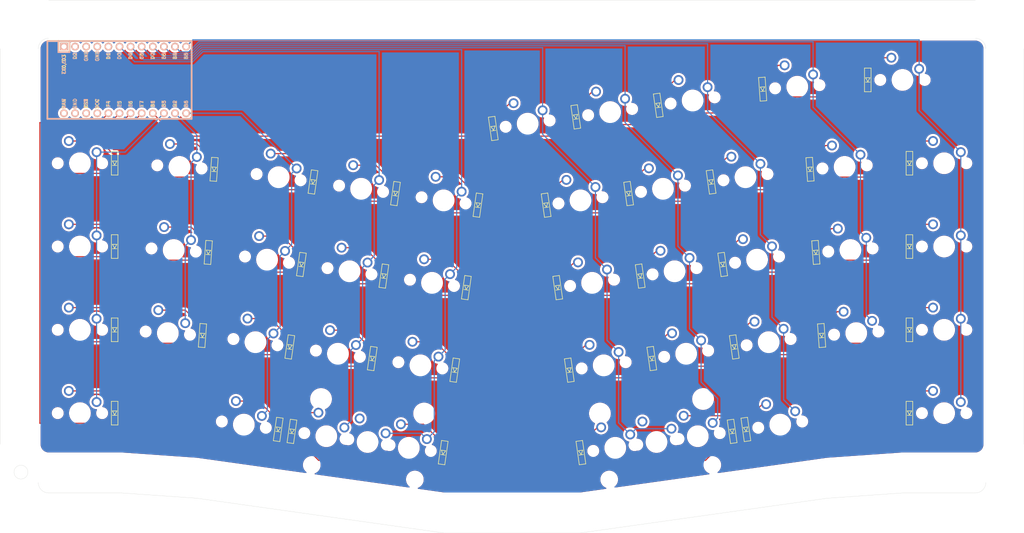
<source format=kicad_pcb>
(kicad_pcb (version 20171130) (host pcbnew "(5.1.4)-1")
  (layers (0 F.Cu signal) (31 B.Cu signal) (34 B.Paste user) (35 F.Paste user) (36 B.SilkS user) (37 F.SilkS user) (38 B.Mask user) (39 F.Mask user) (44 Edge.Cuts user))
  (net 0 "")
  (net 1 "Net-(D1-Pad2)")
  (net 2 "Net-(D2-Pad2)")
  (net 3 "Net-(D3-Pad2)")
  (net 4 "Net-(D4-Pad2)")
  (net 5 "Net-(D5-Pad2)")
  (net 6 "Net-(D6-Pad2)")
  (net 7 "Net-(D7-Pad2)")
  (net 8 "Net-(D8-Pad2)")
  (net 9 "Net-(D9-Pad2)")
  (net 10 "Net-(D10-Pad2)")
  (net 11 "Net-(D11-Pad2)")
  (net 12 "Net-(D12-Pad2)")
  (net 13 "Net-(D13-Pad2)")
  (net 14 "Net-(D14-Pad2)")
  (net 15 "Net-(D15-Pad2)")
  (net 16 "Net-(D16-Pad2)")
  (net 17 "Net-(D17-Pad2)")
  (net 18 "Net-(D18-Pad2)")
  (net 19 "Net-(D19-Pad2)")
  (net 20 "Net-(D20-Pad2)")
  (net 21 "Net-(D21-Pad2)")
  (net 22 "Net-(D22-Pad2)")
  (net 23 "Net-(D23-Pad2)")
  (net 24 "Net-(D24-Pad2)")
  (net 25 "Net-(D25-Pad2)")
  (net 26 "Net-(D26-Pad2)")
  (net 27 "Net-(D27-Pad2)")
  (net 28 "Net-(D28-Pad2)")
  (net 29 "Net-(D29-Pad2)")
  (net 30 "Net-(D30-Pad2)")
  (net 31 "Net-(D31-Pad2)")
  (net 32 "Net-(D32-Pad2)")
  (net 33 "Net-(D33-Pad2)")
  (net 34 "Net-(D34-Pad2)")
  (net 35 "Net-(D35-Pad2)")
  (net 36 "Net-(D36-Pad2)")
  (net 37 "Net-(D37-Pad2)")
  (net 38 "Net-(D38-Pad2)")
  (net 39 "Net-(D39-Pad2)")
  (net 40 "Net-(D40-Pad2)")
  (net 41 "Net-(D41-Pad2)")
  (net 42 "Net-(D42-Pad2)")
  (net 43 "Net-(D43-Pad2)")
  (net 44 "Net-(MX44-Pad2)")
  (net 45 "Net-(MX45-Pad2)")
  (net 46 "Net-(U1-Pad24)")
  (net 47 "Net-(U1-Pad23)")
  (net 48 "Net-(U1-Pad22)")
  (net 49 "Net-(U1-Pad21)")
  (net 50 "Net-(U1-Pad5)")
  (net 51 "Net-(U1-Pad4)")
  (net 52 "Net-(U1-Pad3)")
  (net 53 "Net-(U1-Pad2)")
  (net 54 "Net-(U1-Pad1)")
  (net 55 row1)
  (net 56 row2)
  (net 57 row3)
  (net 58 row4)
  (net 59 row0)
  (net 60 col0)
  (net 61 col1)
  (net 62 col2)
  (net 63 col3)
  (net 64 col4)
  (net 65 col5)
  (net 66 col6)
  (net 67 col7)
  (net 68 col8)
  (net 69 col9)
  (module MX_Only:MXOnly-1U-NoLED (layer B.Cu) (at 132.362735 122.229408 172)
    (fp_text reference MX34)
    (fp_text value MX-NoLED)
    (pad "" np_thru_hole circle (at 5.08 0 123.9004) (size 1.75 1.75) (drill 1.75) (layers *.Cu *.Mask))
    (pad "" np_thru_hole circle (at -5.08 0 123.9004) (size 1.75 1.75) (drill 1.75) (layers *.Cu *.Mask))
    (pad 1 thru_hole circle (at -3.81 2.54 172) (size 2.25 2.25) (drill 1.47) (layers *.Cu F.Mask) (net 64 col4))
    (pad "" np_thru_hole circle (at 0 0 172) (size 3.9878 3.9878) (drill 3.9878) (layers *.Cu *.Mask))
    (pad 2 thru_hole circle (at 2.54 5.08 172) (size 2.25 2.25) (drill 1.47) (layers *.Cu F.Mask) (net 34 "Net-(D34-Pad2)"))
  )
  (module MX_Only:MXOnly-1U-NoLED (layer B.Cu) (at 78.58125 76.99375 176)
    (fp_text reference MX12)
    (fp_text value MX-NoLED)
    (pad 2 thru_hole circle (at 2.54 5.08 176) (size 2.25 2.25) (drill 1.47) (layers *.Cu F.Mask) (net 12 "Net-(D12-Pad2)"))
    (pad "" np_thru_hole circle (at 0 0 176) (size 3.9878 3.9878) (drill 3.9878) (layers *.Cu *.Mask))
    (pad 1 thru_hole circle (at -3.81 2.54 176) (size 2.25 2.25) (drill 1.47) (layers *.Cu F.Mask) (net 61 col1))
    (pad "" np_thru_hole circle (at -5.08 0 127.9004) (size 1.75 1.75) (drill 1.75) (layers *.Cu *.Mask))
    (pad "" np_thru_hole circle (at 5.08 0 127.9004) (size 1.75 1.75) (drill 1.75) (layers *.Cu *.Mask))
  )
  (module MX_Only:MXOnly-1U-NoLED (layer B.Cu) (at 102.587265 60.333092 172)
    (fp_text reference MX3)
    (fp_text value MX-NoLED)
    (pad "" np_thru_hole circle (at 5.08 0 123.9004) (size 1.75 1.75) (drill 1.75) (layers *.Cu *.Mask))
    (pad "" np_thru_hole circle (at -5.08 0 123.9004) (size 1.75 1.75) (drill 1.75) (layers *.Cu *.Mask))
    (pad 1 thru_hole circle (at -3.81 2.54 172) (size 2.25 2.25) (drill 1.47) (layers *.Cu F.Mask) (net 62 col2))
    (pad "" np_thru_hole circle (at 0 0 172) (size 3.9878 3.9878) (drill 3.9878) (layers *.Cu *.Mask))
    (pad 2 thru_hole circle (at 2.54 5.08 172) (size 2.25 2.25) (drill 1.47) (layers *.Cu F.Mask) (net 3 "Net-(D3-Pad2)"))
  )
  (module MX_Only:MXOnly-1U-NoLED (layer B.Cu) (at 171.627272 65.635588 188)
    (fp_text reference MX6)
    (fp_text value MX-NoLED)
    (pad "" np_thru_hole circle (at 5.08 0 139.9004) (size 1.75 1.75) (drill 1.75) (layers *.Cu *.Mask))
    (pad "" np_thru_hole circle (at -5.08 0 139.9004) (size 1.75 1.75) (drill 1.75) (layers *.Cu *.Mask))
    (pad 1 thru_hole circle (at -3.81 2.54 188) (size 2.25 2.25) (drill 1.47) (layers *.Cu F.Mask) (net 65 col5))
    (pad "" np_thru_hole circle (at 0 0 188) (size 3.9878 3.9878) (drill 3.9878) (layers *.Cu *.Mask))
    (pad 2 thru_hole circle (at 2.54 5.08 188) (size 2.25 2.25) (drill 1.47) (layers *.Cu F.Mask) (net 6 "Net-(D6-Pad2)"))
  )
  (module MX_Only:MXOnly-1U-NoLED (layer B.Cu) (at 140.316478 65.635587 172)
    (fp_text reference MX5)
    (fp_text value MX-NoLED)
    (pad "" np_thru_hole circle (at 5.08 0 123.9004) (size 1.75 1.75) (drill 1.75) (layers *.Cu *.Mask))
    (pad "" np_thru_hole circle (at -5.08 0 123.9004) (size 1.75 1.75) (drill 1.75) (layers *.Cu *.Mask))
    (pad 1 thru_hole circle (at -3.81 2.54 172) (size 2.25 2.25) (drill 1.47) (layers *.Cu F.Mask) (net 64 col4))
    (pad "" np_thru_hole circle (at 0 0 172) (size 3.9878 3.9878) (drill 3.9878) (layers *.Cu *.Mask))
    (pad 2 thru_hole circle (at 2.54 5.08 172) (size 2.25 2.25) (drill 1.47) (layers *.Cu F.Mask) (net 5 "Net-(D5-Pad2)"))
  )
  (module MX_Only:MXOnly-1U-NoLED (layer B.Cu) (at 190.491879 62.98434 188)
    (fp_text reference MX7)
    (fp_text value MX-NoLED)
    (pad "" np_thru_hole circle (at 5.08 0 139.9004) (size 1.75 1.75) (drill 1.75) (layers *.Cu *.Mask))
    (pad "" np_thru_hole circle (at -5.08 0 139.9004) (size 1.75 1.75) (drill 1.75) (layers *.Cu *.Mask))
    (pad 1 thru_hole circle (at -3.81 2.54 188) (size 2.25 2.25) (drill 1.47) (layers *.Cu F.Mask) (net 66 col6))
    (pad "" np_thru_hole circle (at 0 0 188) (size 3.9878 3.9878) (drill 3.9878) (layers *.Cu *.Mask))
    (pad 2 thru_hole circle (at 2.54 5.08 188) (size 2.25 2.25) (drill 1.47) (layers *.Cu F.Mask) (net 7 "Net-(D7-Pad2)"))
  )
  (module kbd:D3_SMD_v2 (layer F.Cu) (at 237.33125 38.1 90)
    (fp_text reference D43 hide)
    (fp_text value D_Small hide)
    (pad 1 smd rect (at -1.775 0 90) (size 1.4 1) (layers F.Cu F.Paste F.Mask) (net 59 row0))
    (pad 2 smd rect (at 1.775 0 90) (size 1.4 1) (layers F.Cu F.Paste F.Mask) (net 43 "Net-(D43-Pad2)"))
  )
  (module MX_Only:MXOnly-1U-NoLED (layer B.Cu) (at 254.79375 57.15 180)
    (fp_text reference MX10)
    (fp_text value MX-NoLED)
    (pad "" np_thru_hole circle (at 5.08 0 131.9004) (size 1.75 1.75) (drill 1.75) (layers *.Cu *.Mask))
    (pad "" np_thru_hole circle (at -5.08 0 131.9004) (size 1.75 1.75) (drill 1.75) (layers *.Cu *.Mask))
    (pad 1 thru_hole circle (at -3.81 2.54 180) (size 2.25 2.25) (drill 1.47) (layers *.Cu F.Mask) (net 69 col9))
    (pad "" np_thru_hole circle (at 0 0 180) (size 3.9878 3.9878) (drill 3.9878) (layers *.Cu *.Mask))
    (pad 2 thru_hole circle (at 2.54 5.08 180) (size 2.25 2.25) (drill 1.47) (layers *.Cu F.Mask) (net 10 "Net-(D10-Pad2)"))
  )
  (module kbd:D3_SMD_v2 (layer F.Cu) (at 213.284816 40.204682 94)
    (fp_text reference D42 hide)
    (fp_text value D_Small hide)
    (pad 1 smd rect (at -1.775 0 94) (size 1.4 1) (layers F.Cu F.Paste F.Mask) (net 59 row0))
    (pad 2 smd rect (at 1.775 0 94) (size 1.4 1) (layers F.Cu F.Paste F.Mask) (net 42 "Net-(D42-Pad2)"))
  )
  (module MX_Only:MXOnly-1U-NoLED (layer B.Cu) (at 209.356486 60.333092 188)
    (fp_text reference MX8)
    (fp_text value MX-NoLED)
    (pad "" np_thru_hole circle (at 5.08 0 139.9004) (size 1.75 1.75) (drill 1.75) (layers *.Cu *.Mask))
    (pad "" np_thru_hole circle (at -5.08 0 139.9004) (size 1.75 1.75) (drill 1.75) (layers *.Cu *.Mask))
    (pad 1 thru_hole circle (at -3.81 2.54 188) (size 2.25 2.25) (drill 1.47) (layers *.Cu F.Mask) (net 67 col7))
    (pad "" np_thru_hole circle (at 0 0 188) (size 3.9878 3.9878) (drill 3.9878) (layers *.Cu *.Mask))
    (pad 2 thru_hole circle (at 2.54 5.08 188) (size 2.25 2.25) (drill 1.47) (layers *.Cu F.Mask) (net 8 "Net-(D8-Pad2)"))
  )
  (module kbd:D3_SMD_v2 (layer F.Cu) (at 189.412682 43.898796 98)
    (fp_text reference D41 hide)
    (fp_text value D_Small hide)
    (pad 1 smd rect (at -1.775 0 98) (size 1.4 1) (layers F.Cu F.Paste F.Mask) (net 59 row0))
    (pad 2 smd rect (at 1.775 0 98) (size 1.4 1) (layers F.Cu F.Paste F.Mask) (net 41 "Net-(D41-Pad2)"))
  )
  (module MX_Only:MXOnly-1U-NoLED (layer B.Cu) (at 99.936017 79.197699 172)
    (fp_text reference MX13)
    (fp_text value MX-NoLED)
    (pad "" np_thru_hole circle (at 5.08 0 123.9004) (size 1.75 1.75) (drill 1.75) (layers *.Cu *.Mask))
    (pad "" np_thru_hole circle (at -5.08 0 123.9004) (size 1.75 1.75) (drill 1.75) (layers *.Cu *.Mask))
    (pad 1 thru_hole circle (at -3.81 2.54 172) (size 2.25 2.25) (drill 1.47) (layers *.Cu F.Mask) (net 62 col2))
    (pad "" np_thru_hole circle (at 0 0 172) (size 3.9878 3.9878) (drill 3.9878) (layers *.Cu *.Mask))
    (pad 2 thru_hole circle (at 2.54 5.08 172) (size 2.25 2.25) (drill 1.47) (layers *.Cu F.Mask) (net 13 "Net-(D13-Pad2)"))
  )
  (module MX_Only:MXOnly-1U-NoLED (layer B.Cu) (at 121.451871 62.98434 172)
    (fp_text reference MX4)
    (fp_text value MX-NoLED)
    (pad 2 thru_hole circle (at 2.54 5.08 172) (size 2.25 2.25) (drill 1.47) (layers *.Cu F.Mask) (net 4 "Net-(D4-Pad2)"))
    (pad "" np_thru_hole circle (at 0 0 172) (size 3.9878 3.9878) (drill 3.9878) (layers *.Cu *.Mask))
    (pad 1 thru_hole circle (at -3.81 2.54 172) (size 2.25 2.25) (drill 1.47) (layers *.Cu F.Mask) (net 63 col3))
    (pad "" np_thru_hole circle (at -5.08 0 123.9004) (size 1.75 1.75) (drill 1.75) (layers *.Cu *.Mask))
    (pad "" np_thru_hole circle (at 5.08 0 123.9004) (size 1.75 1.75) (drill 1.75) (layers *.Cu *.Mask))
  )
  (module MX_Only:MXOnly-1U-NoLED (layer B.Cu) (at 79.910111 57.990155 176)
    (fp_text reference MX2)
    (fp_text value MX-NoLED)
    (pad "" np_thru_hole circle (at 5.08 0 127.9004) (size 1.75 1.75) (drill 1.75) (layers *.Cu *.Mask))
    (pad "" np_thru_hole circle (at -5.08 0 127.9004) (size 1.75 1.75) (drill 1.75) (layers *.Cu *.Mask))
    (pad 1 thru_hole circle (at -3.81 2.54 176) (size 2.25 2.25) (drill 1.47) (layers *.Cu F.Mask) (net 61 col1))
    (pad "" np_thru_hole circle (at 0 0 176) (size 3.9878 3.9878) (drill 3.9878) (layers *.Cu *.Mask))
    (pad 2 thru_hole circle (at 2.54 5.08 176) (size 2.25 2.25) (drill 1.47) (layers *.Cu F.Mask) (net 2 "Net-(D2-Pad2)"))
  )
  (module MX_Only:MXOnly-1U-NoLED (layer B.Cu) (at 232.033639 57.990155 184)
    (fp_text reference MX9)
    (fp_text value MX-NoLED)
    (pad "" np_thru_hole circle (at 5.08 0 135.9004) (size 1.75 1.75) (drill 1.75) (layers *.Cu *.Mask))
    (pad "" np_thru_hole circle (at -5.08 0 135.9004) (size 1.75 1.75) (drill 1.75) (layers *.Cu *.Mask))
    (pad 1 thru_hole circle (at -3.81 2.54 184) (size 2.25 2.25) (drill 1.47) (layers *.Cu F.Mask) (net 68 col8))
    (pad "" np_thru_hole circle (at 0 0 184) (size 3.9878 3.9878) (drill 3.9878) (layers *.Cu *.Mask))
    (pad 2 thru_hole circle (at 2.54 5.08 184) (size 2.25 2.25) (drill 1.47) (layers *.Cu F.Mask) (net 9 "Net-(D9-Pad2)"))
  )
  (module Keebio-Parts:ArduinoProMicro (layer B.Cu) (at 67.46875 38.1)
    (fp_text reference U1 hide)
    (fp_text value ProMicro hide)
    (fp_text user D2 (at -11.43 -5.461 -90) (layer F.SilkS) (effects (font (size 0.8 0.8))))
    (fp_text user D0 (at -1.27 -5.461 -90) (layer F.SilkS) (effects (font (size 0.8 0.8))))
    (fp_text user D1 (at -3.81 -5.461 -90) (layer F.SilkS) (effects (font (size 0.8 0.8))))
    (fp_text user GND (at -6.35 -5.461 -90) (layer F.SilkS) (effects (font (size 0.8 0.8))))
    (fp_text user GND (at -8.89 -5.461 -90) (layer F.SilkS) (effects (font (size 0.8 0.8))))
    (fp_text user D4 (at 1.27 -5.461 -90) (layer F.SilkS) (effects (font (size 0.8 0.8))))
    (fp_text user C6 (at 3.81 -5.461 -90) (layer F.SilkS) (effects (font (size 0.8 0.8))))
    (fp_text user D7 (at 6.35 -5.461 -90) (layer F.SilkS) (effects (font (size 0.8 0.8))))
    (fp_text user E6 (at 8.89 -5.461 -90) (layer F.SilkS) (effects (font (size 0.8 0.8))))
    (fp_text user B4 (at 11.43 -5.461 -90) (layer F.SilkS) (effects (font (size 0.8 0.8))))
    (fp_text user B5 (at 13.97 -5.461 -90) (layer F.SilkS) (effects (font (size 0.8 0.8))))
    (fp_text user B6 (at 13.97 5.461 -90) (layer F.SilkS) (effects (font (size 0.8 0.8))))
    (fp_text user B2 (at 11.43 5.461 -90) (layer B.SilkS) (effects (font (size 0.8 0.8)) (justify mirror)))
    (fp_text user B3 (at 8.89 5.461 -90) (layer F.SilkS) (effects (font (size 0.8 0.8))))
    (fp_text user B1 (at 6.35 5.461 -90) (layer F.SilkS) (effects (font (size 0.8 0.8))))
    (fp_text user F7 (at 3.81 5.461 -90) (layer B.SilkS) (effects (font (size 0.8 0.8)) (justify mirror)))
    (fp_text user F6 (at 1.27 5.461 -90) (layer B.SilkS) (effects (font (size 0.8 0.8)) (justify mirror)))
    (fp_text user F5 (at -1.27 5.461 -90) (layer B.SilkS) (effects (font (size 0.8 0.8)) (justify mirror)))
    (fp_text user F4 (at -3.81 5.461 -90) (layer F.SilkS) (effects (font (size 0.8 0.8))))
    (fp_text user VCC (at -6.35 5.461 -90) (layer F.SilkS) (effects (font (size 0.8 0.8))))
    (fp_text user GND (at -11.43 5.461 -90) (layer F.SilkS) (effects (font (size 0.8 0.8))))
    (fp_text user RAW (at -13.97 5.461 -90) (layer F.SilkS) (effects (font (size 0.8 0.8))))
    (fp_text user RAW (at -13.97 5.461 -90) (layer B.SilkS) (effects (font (size 0.8 0.8)) (justify mirror)))
    (fp_text user GND (at -11.43 5.461 -90) (layer B.SilkS) (effects (font (size 0.8 0.8)) (justify mirror)))
    (fp_text user ST (at -8.92 5.73312 -90) (layer B.SilkS) (effects (font (size 0.8 0.8)) (justify mirror)))
    (fp_text user VCC (at -6.35 5.461 -90) (layer B.SilkS) (effects (font (size 0.8 0.8)) (justify mirror)))
    (fp_text user F4 (at -3.81 5.461 -90) (layer B.SilkS) (effects (font (size 0.8 0.8)) (justify mirror)))
    (fp_text user F5 (at -1.27 5.461 -90) (layer F.SilkS) (effects (font (size 0.8 0.8))))
    (fp_text user F6 (at 1.27 5.461 -90) (layer F.SilkS) (effects (font (size 0.8 0.8))))
    (fp_text user F7 (at 3.81 5.461 -90) (layer F.SilkS) (effects (font (size 0.8 0.8))))
    (fp_text user B1 (at 6.35 5.461 -90) (layer B.SilkS) (effects (font (size 0.8 0.8)) (justify mirror)))
    (fp_text user B3 (at 8.89 5.461 -90) (layer B.SilkS) (effects (font (size 0.8 0.8)) (justify mirror)))
    (fp_text user B2 (at 11.43 5.461 -90) (layer F.SilkS) (effects (font (size 0.8 0.8))))
    (fp_text user B6 (at 13.97 5.461 -90) (layer B.SilkS) (effects (font (size 0.8 0.8)) (justify mirror)))
    (fp_text user B5 (at 13.97 -5.461 -90) (layer B.SilkS) (effects (font (size 0.8 0.8)) (justify mirror)))
    (fp_text user B4 (at 11.43 -5.461 -90) (layer B.SilkS) (effects (font (size 0.8 0.8)) (justify mirror)))
    (fp_text user E6 (at 8.89 -5.461 -90) (layer B.SilkS) (effects (font (size 0.8 0.8)) (justify mirror)))
    (fp_text user D7 (at 6.35 -5.461 -90) (layer B.SilkS) (effects (font (size 0.8 0.8)) (justify mirror)))
    (fp_text user C6 (at 3.81 -5.461 -90) (layer B.SilkS) (effects (font (size 0.8 0.8)) (justify mirror)))
    (fp_text user D4 (at 1.27 -5.461 -90) (layer B.SilkS) (effects (font (size 0.8 0.8)) (justify mirror)))
    (fp_text user GND (at -8.89 -5.461 -90) (layer B.SilkS) (effects (font (size 0.8 0.8)) (justify mirror)))
    (fp_text user GND (at -6.35 -5.461 -90) (layer B.SilkS) (effects (font (size 0.8 0.8)) (justify mirror)))
    (fp_text user D1 (at -3.81 -5.461 -90) (layer B.SilkS) (effects (font (size 0.8 0.8)) (justify mirror)))
    (fp_text user D0 (at -1.27 -5.461 -90) (layer B.SilkS) (effects (font (size 0.8 0.8)) (justify mirror)))
    (fp_text user D2 (at -11.43 -5.461 -90) (layer B.SilkS) (effects (font (size 0.8 0.8)) (justify mirror)))
    (fp_text user TX0/D3 (at -13.97 -3.571872 -90) (layer F.SilkS) (effects (font (size 0.8 0.8))))
    (fp_text user TX0/D3 (at -13.97 -3.571872 -90) (layer B.SilkS) (effects (font (size 0.8 0.8)) (justify mirror)))
    (fp_text user ST (at -8.91 5.04 -90) (layer F.SilkS) (effects (font (size 0.8 0.8))))
    (pad 1 thru_hole rect (at -13.97 -7.62) (size 1.7526 1.7526) (drill 1.0922) (layers *.Cu *.SilkS *.Mask) (net 54 "Net-(U1-Pad1)"))
    (pad 2 thru_hole circle (at -11.43 -7.62) (size 1.7526 1.7526) (drill 1.0922) (layers *.Cu *.SilkS *.Mask) (net 53 "Net-(U1-Pad2)"))
    (pad 3 thru_hole circle (at -8.89 -7.62) (size 1.7526 1.7526) (drill 1.0922) (layers *.Cu *.SilkS *.Mask) (net 52 "Net-(U1-Pad3)"))
    (pad 4 thru_hole circle (at -6.35 -7.62) (size 1.7526 1.7526) (drill 1.0922) (layers *.Cu *.SilkS *.Mask) (net 51 "Net-(U1-Pad4)"))
    (pad 5 thru_hole circle (at -3.81 -7.62) (size 1.7526 1.7526) (drill 1.0922) (layers *.Cu *.SilkS *.Mask) (net 50 "Net-(U1-Pad5)"))
    (pad 6 thru_hole circle (at -1.27 -7.62) (size 1.7526 1.7526) (drill 1.0922) (layers *.Cu *.SilkS *.Mask) (net 63 col3))
    (pad 7 thru_hole circle (at 1.27 -7.62) (size 1.7526 1.7526) (drill 1.0922) (layers *.Cu *.SilkS *.Mask) (net 64 col4))
    (pad 8 thru_hole circle (at 3.81 -7.62) (size 1.7526 1.7526) (drill 1.0922) (layers *.Cu *.SilkS *.Mask) (net 65 col5))
    (pad 9 thru_hole circle (at 6.35 -7.62) (size 1.7526 1.7526) (drill 1.0922) (layers *.Cu *.SilkS *.Mask) (net 66 col6))
    (pad 10 thru_hole circle (at 8.89 -7.62) (size 1.7526 1.7526) (drill 1.0922) (layers *.Cu *.SilkS *.Mask) (net 67 col7))
    (pad 11 thru_hole circle (at 11.43 -7.62) (size 1.7526 1.7526) (drill 1.0922) (layers *.Cu *.SilkS *.Mask) (net 68 col8))
    (pad 13 thru_hole circle (at 13.97 7.62) (size 1.7526 1.7526) (drill 1.0922) (layers *.Cu *.SilkS *.Mask) (net 62 col2))
    (pad 14 thru_hole circle (at 11.43 7.62) (size 1.7526 1.7526) (drill 1.0922) (layers *.Cu *.SilkS *.Mask) (net 61 col1))
    (pad 15 thru_hole circle (at 8.89 7.62) (size 1.7526 1.7526) (drill 1.0922) (layers *.Cu *.SilkS *.Mask) (net 60 col0))
    (pad 16 thru_hole circle (at 6.35 7.62) (size 1.7526 1.7526) (drill 1.0922) (layers *.Cu *.SilkS *.Mask) (net 59 row0))
    (pad 17 thru_hole circle (at 3.81 7.62) (size 1.7526 1.7526) (drill 1.0922) (layers *.Cu *.SilkS *.Mask) (net 55 row1))
    (pad 18 thru_hole circle (at 1.27 7.62) (size 1.7526 1.7526) (drill 1.0922) (layers *.Cu *.SilkS *.Mask) (net 56 row2))
    (pad 19 thru_hole circle (at -1.27 7.62) (size 1.7526 1.7526) (drill 1.0922) (layers *.Cu *.SilkS *.Mask) (net 57 row3))
    (pad 20 thru_hole circle (at -3.81 7.62) (size 1.7526 1.7526) (drill 1.0922) (layers *.Cu *.SilkS *.Mask) (net 58 row4))
    (pad 21 thru_hole circle (at -6.35 7.62) (size 1.7526 1.7526) (drill 1.0922) (layers *.Cu *.SilkS *.Mask) (net 49 "Net-(U1-Pad21)"))
    (pad 22 thru_hole circle (at -8.89 7.62) (size 1.7526 1.7526) (drill 1.0922) (layers *.Cu *.SilkS *.Mask) (net 48 "Net-(U1-Pad22)"))
    (pad 23 thru_hole circle (at -11.43 7.62) (size 1.7526 1.7526) (drill 1.0922) (layers *.Cu *.SilkS *.Mask) (net 47 "Net-(U1-Pad23)"))
    (pad 12 thru_hole circle (at 13.97 -7.62) (size 1.7526 1.7526) (drill 1.0922) (layers *.Cu *.SilkS *.Mask) (net 69 col9))
    (pad 24 thru_hole circle (at -13.97 7.62) (size 1.7526 1.7526) (drill 1.0922) (layers *.Cu *.SilkS *.Mask) (net 46 "Net-(U1-Pad24)"))
  )
  (module MX_Only:MXOnly-1U-NoLED (layer B.Cu) (at 57.15 76.2 180)
    (fp_text reference MX11)
    (fp_text value MX-NoLED)
    (pad "" np_thru_hole circle (at 5.08 0 131.9004) (size 1.75 1.75) (drill 1.75) (layers *.Cu *.Mask))
    (pad "" np_thru_hole circle (at -5.08 0 131.9004) (size 1.75 1.75) (drill 1.75) (layers *.Cu *.Mask))
    (pad 1 thru_hole circle (at -3.81 2.54 180) (size 2.25 2.25) (drill 1.47) (layers *.Cu F.Mask) (net 60 col0))
    (pad "" np_thru_hole circle (at 0 0 180) (size 3.9878 3.9878) (drill 3.9878) (layers *.Cu *.Mask))
    (pad 2 thru_hole circle (at 2.54 5.08 180) (size 2.25 2.25) (drill 1.47) (layers *.Cu F.Mask) (net 11 "Net-(D11-Pad2)"))
  )
  (module MX_Only:MXOnly-1U-NoLED (layer B.Cu) (at 118.800623 81.848946 172)
    (fp_text reference MX14)
    (fp_text value MX-NoLED)
    (pad "" np_thru_hole circle (at 5.08 0 123.9004) (size 1.75 1.75) (drill 1.75) (layers *.Cu *.Mask))
    (pad "" np_thru_hole circle (at -5.08 0 123.9004) (size 1.75 1.75) (drill 1.75) (layers *.Cu *.Mask))
    (pad 1 thru_hole circle (at -3.81 2.54 172) (size 2.25 2.25) (drill 1.47) (layers *.Cu F.Mask) (net 63 col3))
    (pad "" np_thru_hole circle (at 0 0 172) (size 3.9878 3.9878) (drill 3.9878) (layers *.Cu *.Mask))
    (pad 2 thru_hole circle (at 2.54 5.08 172) (size 2.25 2.25) (drill 1.47) (layers *.Cu F.Mask) (net 14 "Net-(D14-Pad2)"))
  )
  (module MX_Only:MXOnly-1U-NoLED (layer B.Cu) (at 137.665231 84.500194 172)
    (fp_text reference MX15)
    (fp_text value MX-NoLED)
    (pad "" np_thru_hole circle (at 5.08 0 123.9004) (size 1.75 1.75) (drill 1.75) (layers *.Cu *.Mask))
    (pad "" np_thru_hole circle (at -5.08 0 123.9004) (size 1.75 1.75) (drill 1.75) (layers *.Cu *.Mask))
    (pad 1 thru_hole circle (at -3.81 2.54 172) (size 2.25 2.25) (drill 1.47) (layers *.Cu F.Mask) (net 64 col4))
    (pad "" np_thru_hole circle (at 0 0 172) (size 3.9878 3.9878) (drill 3.9878) (layers *.Cu *.Mask))
    (pad 2 thru_hole circle (at 2.54 5.08 172) (size 2.25 2.25) (drill 1.47) (layers *.Cu F.Mask) (net 15 "Net-(D15-Pad2)"))
  )
  (module MX_Only:MXOnly-1U-NoLED (layer B.Cu) (at 197.272935 42.794109 188)
    (fp_text reference MX41)
    (fp_text value MX-NoLED)
    (pad 2 thru_hole circle (at 2.54 5.08 188) (size 2.25 2.25) (drill 1.47) (layers *.Cu F.Mask) (net 41 "Net-(D41-Pad2)"))
    (pad "" np_thru_hole circle (at 0 0 188) (size 3.9878 3.9878) (drill 3.9878) (layers *.Cu *.Mask))
    (pad 1 thru_hole circle (at -3.81 2.54 188) (size 2.25 2.25) (drill 1.47) (layers *.Cu F.Mask) (net 67 col7))
    (pad "" np_thru_hole circle (at -5.08 0 139.9004) (size 1.75 1.75) (drill 1.75) (layers *.Cu *.Mask))
    (pad "" np_thru_hole circle (at 5.08 0 139.9004) (size 1.75 1.75) (drill 1.75) (layers *.Cu *.Mask))
  )
  (module MX_Only:MXOnly-1U-NoLED (layer B.Cu) (at 179.581015 122.229408 188)
    (fp_text reference MX35)
    (fp_text value MX-NoLED)
    (pad "" np_thru_hole circle (at 5.08 0 139.9004) (size 1.75 1.75) (drill 1.75) (layers *.Cu *.Mask))
    (pad "" np_thru_hole circle (at -5.08 0 139.9004) (size 1.75 1.75) (drill 1.75) (layers *.Cu *.Mask))
    (pad 1 thru_hole circle (at -3.81 2.54 188) (size 2.25 2.25) (drill 1.47) (layers *.Cu F.Mask) (net 65 col5))
    (pad "" np_thru_hole circle (at 0 0 188) (size 3.9878 3.9878) (drill 3.9878) (layers *.Cu *.Mask))
    (pad 2 thru_hole circle (at 2.54 5.08 188) (size 2.25 2.25) (drill 1.47) (layers *.Cu F.Mask) (net 35 "Net-(D35-Pad2)"))
  )
  (module MX_Only:MXOnly-1U-NoLED (layer B.Cu) (at 198.445621 119.57816 188)
    (fp_text reference MX36)
    (fp_text value MX-NoLED)
    (pad "" np_thru_hole circle (at 5.08 0 139.9004) (size 1.75 1.75) (drill 1.75) (layers *.Cu *.Mask))
    (pad "" np_thru_hole circle (at -5.08 0 139.9004) (size 1.75 1.75) (drill 1.75) (layers *.Cu *.Mask))
    (pad 1 thru_hole circle (at -3.81 2.54 188) (size 2.25 2.25) (drill 1.47) (layers *.Cu F.Mask) (net 66 col6))
    (pad "" np_thru_hole circle (at 0 0 188) (size 3.9878 3.9878) (drill 3.9878) (layers *.Cu *.Mask))
    (pad 2 thru_hole circle (at 2.54 5.08 188) (size 2.25 2.25) (drill 1.47) (layers *.Cu F.Mask) (net 36 "Net-(D36-Pad2)"))
  )
  (module MX_Only:MXOnly-1U-NoLED (layer B.Cu) (at 57.15 57.15 180)
    (fp_text reference MX1)
    (fp_text value MX-NoLED)
    (pad 2 thru_hole circle (at 2.54 5.08 180) (size 2.25 2.25) (drill 1.47) (layers *.Cu F.Mask) (net 1 "Net-(D1-Pad2)"))
    (pad "" np_thru_hole circle (at 0 0 180) (size 3.9878 3.9878) (drill 3.9878) (layers *.Cu *.Mask))
    (pad 1 thru_hole circle (at -3.81 2.54 180) (size 2.25 2.25) (drill 1.47) (layers *.Cu F.Mask) (net 60 col0))
    (pad "" np_thru_hole circle (at -5.08 0 131.9004) (size 1.75 1.75) (drill 1.75) (layers *.Cu *.Mask))
    (pad "" np_thru_hole circle (at 5.08 0 131.9004) (size 1.75 1.75) (drill 1.75) (layers *.Cu *.Mask))
  )
  (module MX_Only:MXOnly-1U-NoLED (layer B.Cu) (at 178.408328 45.445357 188)
    (fp_text reference MX40)
    (fp_text value MX-NoLED)
    (pad "" np_thru_hole circle (at 5.08 0 139.9004) (size 1.75 1.75) (drill 1.75) (layers *.Cu *.Mask))
    (pad "" np_thru_hole circle (at -5.08 0 139.9004) (size 1.75 1.75) (drill 1.75) (layers *.Cu *.Mask))
    (pad 1 thru_hole circle (at -3.81 2.54 188) (size 2.25 2.25) (drill 1.47) (layers *.Cu F.Mask) (net 66 col6))
    (pad "" np_thru_hole circle (at 0 0 188) (size 3.9878 3.9878) (drill 3.9878) (layers *.Cu *.Mask))
    (pad 2 thru_hole circle (at 2.54 5.08 188) (size 2.25 2.25) (drill 1.47) (layers *.Cu F.Mask) (net 40 "Net-(D40-Pad2)"))
  )
  (module MX_Only:MXOnly-1U-NoLED (layer B.Cu) (at 159.543721 48.096605 188)
    (fp_text reference MX39)
    (fp_text value MX-NoLED)
    (pad "" np_thru_hole circle (at 5.08 0 139.9004) (size 1.75 1.75) (drill 1.75) (layers *.Cu *.Mask))
    (pad "" np_thru_hole circle (at -5.08 0 139.9004) (size 1.75 1.75) (drill 1.75) (layers *.Cu *.Mask))
    (pad 1 thru_hole circle (at -3.81 2.54 188) (size 2.25 2.25) (drill 1.47) (layers *.Cu F.Mask) (net 65 col5))
    (pad "" np_thru_hole circle (at 0 0 188) (size 3.9878 3.9878) (drill 3.9878) (layers *.Cu *.Mask))
    (pad 2 thru_hole circle (at 2.54 5.08 188) (size 2.25 2.25) (drill 1.47) (layers *.Cu F.Mask) (net 39 "Net-(D39-Pad2)"))
  )
  (module MX_Only:MXOnly-1U-NoLED (layer B.Cu) (at 254.79375 114.3 180)
    (fp_text reference MX38)
    (fp_text value MX-NoLED)
    (pad "" np_thru_hole circle (at 5.08 0 131.9004) (size 1.75 1.75) (drill 1.75) (layers *.Cu *.Mask))
    (pad "" np_thru_hole circle (at -5.08 0 131.9004) (size 1.75 1.75) (drill 1.75) (layers *.Cu *.Mask))
    (pad 1 thru_hole circle (at -3.81 2.54 180) (size 2.25 2.25) (drill 1.47) (layers *.Cu F.Mask) (net 69 col9))
    (pad "" np_thru_hole circle (at 0 0 180) (size 3.9878 3.9878) (drill 3.9878) (layers *.Cu *.Mask))
    (pad 2 thru_hole circle (at 2.54 5.08 180) (size 2.25 2.25) (drill 1.47) (layers *.Cu F.Mask) (net 38 "Net-(D38-Pad2)"))
  )
  (module MX_Only:MXOnly-1U-NoLED (layer B.Cu) (at 217.310228 116.926913 188)
    (fp_text reference MX37)
    (fp_text value MX-NoLED)
    (pad "" np_thru_hole circle (at 5.08 0 139.9004) (size 1.75 1.75) (drill 1.75) (layers *.Cu *.Mask))
    (pad "" np_thru_hole circle (at -5.08 0 139.9004) (size 1.75 1.75) (drill 1.75) (layers *.Cu *.Mask))
    (pad 1 thru_hole circle (at -3.81 2.54 188) (size 2.25 2.25) (drill 1.47) (layers *.Cu F.Mask) (net 67 col7))
    (pad "" np_thru_hole circle (at 0 0 188) (size 3.9878 3.9878) (drill 3.9878) (layers *.Cu *.Mask))
    (pad 2 thru_hole circle (at 2.54 5.08 188) (size 2.25 2.25) (drill 1.47) (layers *.Cu F.Mask) (net 37 "Net-(D37-Pad2)"))
  )
  (module MX_Only:MXOnly-2U-ReversedStabilizers-NoLED (layer B.Cu) (at 122.930432 120.903784 172)
    (fp_text reference MX44)
    (fp_text value MX-NoLED)
    (pad 2 thru_hole circle (at 2.54 5.08 172) (size 2.25 2.25) (drill 1.47) (layers *.Cu F.Mask) (net 44 "Net-(MX44-Pad2)"))
    (pad "" np_thru_hole circle (at 0 0 172) (size 3.9878 3.9878) (drill 3.9878) (layers *.Cu *.Mask))
    (pad 1 thru_hole circle (at -3.81 2.54 172) (size 2.25 2.25) (drill 1.47) (layers *.Cu F.Mask) (net 64 col4))
    (pad "" np_thru_hole circle (at -5.08 0 123.9004) (size 1.75 1.75) (drill 1.75) (layers *.Cu *.Mask))
    (pad "" np_thru_hole circle (at 5.08 0 123.9004) (size 1.75 1.75) (drill 1.75) (layers *.Cu *.Mask))
    (pad "" np_thru_hole circle (at -11.90625 -6.985 172) (size 3.048 3.048) (drill 3.048) (layers *.Cu *.Mask))
    (pad "" np_thru_hole circle (at 11.90625 -6.985 172) (size 3.048 3.048) (drill 3.048) (layers *.Cu *.Mask))
    (pad "" np_thru_hole circle (at -11.90625 8.255 172) (size 3.9878 3.9878) (drill 3.9878) (layers *.Cu *.Mask))
    (pad "" np_thru_hole circle (at 11.90625 8.255 172) (size 3.9878 3.9878) (drill 3.9878) (layers *.Cu *.Mask))
  )
  (module MX_Only:MXOnly-1U-NoLED (layer B.Cu) (at 245.26875 38.1 180)
    (fp_text reference MX43)
    (fp_text value MX-NoLED)
    (pad "" np_thru_hole circle (at 5.08 0 131.9004) (size 1.75 1.75) (drill 1.75) (layers *.Cu *.Mask))
    (pad "" np_thru_hole circle (at -5.08 0 131.9004) (size 1.75 1.75) (drill 1.75) (layers *.Cu *.Mask))
    (pad 1 thru_hole circle (at -3.81 2.54 180) (size 2.25 2.25) (drill 1.47) (layers *.Cu F.Mask) (net 69 col9))
    (pad "" np_thru_hole circle (at 0 0 180) (size 3.9878 3.9878) (drill 3.9878) (layers *.Cu *.Mask))
    (pad 2 thru_hole circle (at 2.54 5.08 180) (size 2.25 2.25) (drill 1.47) (layers *.Cu F.Mask) (net 43 "Net-(D43-Pad2)"))
  )
  (module MX_Only:MXOnly-2U-ReversedStabilizers-NoLED (layer B.Cu) (at 189.013318 120.903784 188)
    (fp_text reference MX45)
    (fp_text value MX-NoLED)
    (pad "" np_thru_hole circle (at 11.90625 8.255 188) (size 3.9878 3.9878) (drill 3.9878) (layers *.Cu *.Mask))
    (pad "" np_thru_hole circle (at -11.90625 8.255 188) (size 3.9878 3.9878) (drill 3.9878) (layers *.Cu *.Mask))
    (pad "" np_thru_hole circle (at 11.90625 -6.985 188) (size 3.048 3.048) (drill 3.048) (layers *.Cu *.Mask))
    (pad "" np_thru_hole circle (at -11.90625 -6.985 188) (size 3.048 3.048) (drill 3.048) (layers *.Cu *.Mask))
    (pad "" np_thru_hole circle (at 5.08 0 139.9004) (size 1.75 1.75) (drill 1.75) (layers *.Cu *.Mask))
    (pad "" np_thru_hole circle (at -5.08 0 139.9004) (size 1.75 1.75) (drill 1.75) (layers *.Cu *.Mask))
    (pad 1 thru_hole circle (at -3.81 2.54 188) (size 2.25 2.25) (drill 1.47) (layers *.Cu F.Mask) (net 65 col5))
    (pad "" np_thru_hole circle (at 0 0 188) (size 3.9878 3.9878) (drill 3.9878) (layers *.Cu *.Mask))
    (pad 2 thru_hole circle (at 2.54 5.08 188) (size 2.25 2.25) (drill 1.47) (layers *.Cu F.Mask) (net 45 "Net-(MX45-Pad2)"))
  )
  (module MX_Only:MXOnly-1U-NoLED (layer B.Cu) (at 221.202981 39.65099 184)
    (fp_text reference MX42)
    (fp_text value MX-NoLED)
    (pad 2 thru_hole circle (at 2.54 5.08 184) (size 2.25 2.25) (drill 1.47) (layers *.Cu F.Mask) (net 42 "Net-(D42-Pad2)"))
    (pad "" np_thru_hole circle (at 0 0 184) (size 3.9878 3.9878) (drill 3.9878) (layers *.Cu *.Mask))
    (pad 1 thru_hole circle (at -3.81 2.54 184) (size 2.25 2.25) (drill 1.47) (layers *.Cu F.Mask) (net 68 col8))
    (pad "" np_thru_hole circle (at -5.08 0 135.9004) (size 1.75 1.75) (drill 1.75) (layers *.Cu *.Mask))
    (pad "" np_thru_hole circle (at 5.08 0 135.9004) (size 1.75 1.75) (drill 1.75) (layers *.Cu *.Mask))
  )
  (module kbd:D3_SMD_v2 (layer F.Cu) (at 65.0875 114.3 90)
    (fp_text reference D31 hide)
    (fp_text value D_Small hide)
    (pad 1 smd rect (at -1.775 0 90) (size 1.4 1) (layers F.Cu F.Paste F.Mask) (net 58 row4))
    (pad 2 smd rect (at 1.775 0 90) (size 1.4 1) (layers F.Cu F.Paste F.Mask) (net 31 "Net-(D31-Pad2)"))
  )
  (module kbd:D3_SMD_v2 (layer F.Cu) (at 140.222989 123.334095 82)
    (fp_text reference D34 hide)
    (fp_text value D_Small hide)
    (pad 2 smd rect (at 1.775 0 82) (size 1.4 1) (layers F.Cu F.Paste F.Mask) (net 34 "Net-(D34-Pad2)"))
    (pad 1 smd rect (at -1.775 0 82) (size 1.4 1) (layers F.Cu F.Paste F.Mask) (net 58 row4))
  )
  (module kbd:D3_SMD_v2 (layer F.Cu) (at 226.773196 96.551037 94)
    (fp_text reference D29 hide)
    (fp_text value D_Small hide)
    (pad 1 smd rect (at -1.775 0 94) (size 1.4 1) (layers F.Cu F.Paste F.Mask) (net 57 row3))
    (pad 2 smd rect (at 1.775 0 94) (size 1.4 1) (layers F.Cu F.Paste F.Mask) (net 29 "Net-(D29-Pad2)"))
  )
  (module kbd:D3_SMD_v2 (layer F.Cu) (at 171.720761 123.334095 98)
    (fp_text reference D35 hide)
    (fp_text value D_Small hide)
    (pad 2 smd rect (at 1.775 0 98) (size 1.4 1) (layers F.Cu F.Paste F.Mask) (net 35 "Net-(D35-Pad2)"))
    (pad 1 smd rect (at -1.775 0 98) (size 1.4 1) (layers F.Cu F.Paste F.Mask) (net 58 row4))
  )
  (module kbd:D3_SMD_v2 (layer F.Cu) (at 170.548075 46.550044 98)
    (fp_text reference D40 hide)
    (fp_text value D_Small hide)
    (pad 1 smd rect (at -1.775 0 98) (size 1.4 1) (layers F.Cu F.Paste F.Mask) (net 59 row0))
    (pad 2 smd rect (at 1.775 0 98) (size 1.4 1) (layers F.Cu F.Paste F.Mask) (net 40 "Net-(D40-Pad2)"))
  )
  (module kbd:D3_SMD_v2 (layer F.Cu) (at 246.85625 95.25 90)
    (fp_text reference D30 hide)
    (fp_text value D_Small hide)
    (pad 1 smd rect (at -1.775 0 90) (size 1.4 1) (layers F.Cu F.Paste F.Mask) (net 57 row3))
    (pad 2 smd rect (at 1.775 0 90) (size 1.4 1) (layers F.Cu F.Paste F.Mask) (net 30 "Net-(D30-Pad2)"))
  )
  (module kbd:D3_SMD_v2 (layer F.Cu) (at 187.934121 101.81824 98)
    (fp_text reference D27 hide)
    (fp_text value D_Small hide)
    (pad 1 smd rect (at -1.775 0 98) (size 1.4 1) (layers F.Cu F.Paste F.Mask) (net 57 row3))
    (pad 2 smd rect (at 1.775 0 98) (size 1.4 1) (layers F.Cu F.Paste F.Mask) (net 27 "Net-(D27-Pad2)"))
  )
  (module kbd:D3_SMD_v2 (layer F.Cu) (at 142.874235 104.469487 82)
    (fp_text reference D25 hide)
    (fp_text value D_Small hide)
    (pad 2 smd rect (at 1.775 0 82) (size 1.4 1) (layers F.Cu F.Paste F.Mask) (net 25 "Net-(D25-Pad2)"))
    (pad 1 smd rect (at -1.775 0 82) (size 1.4 1) (layers F.Cu F.Paste F.Mask) (net 57 row3))
  )
  (module kbd:D3_SMD_v2 (layer F.Cu) (at 206.305874 118.473474 98)
    (fp_text reference D36 hide)
    (fp_text value D_Small hide)
    (pad 1 smd rect (at -1.775 0 98) (size 1.4 1) (layers F.Cu F.Paste F.Mask) (net 58 row4))
    (pad 2 smd rect (at 1.775 0 98) (size 1.4 1) (layers F.Cu F.Paste F.Mask) (net 36 "Net-(D36-Pad2)"))
  )
  (module kbd:D3_SMD_v2 (layer F.Cu) (at 105.637876 118.473474 82)
    (fp_text reference D33 hide)
    (fp_text value D_Small hide)
    (pad 1 smd rect (at -1.775 0 82) (size 1.4 1) (layers F.Cu F.Paste F.Mask) (net 58 row4))
    (pad 2 smd rect (at 1.775 0 82) (size 1.4 1) (layers F.Cu F.Paste F.Mask) (net 33 "Net-(D33-Pad2)"))
  )
  (module kbd:D3_SMD_v2 (layer F.Cu) (at 124.009629 101.81824 82)
    (fp_text reference D24 hide)
    (fp_text value D_Small hide)
    (pad 2 smd rect (at 1.775 0 82) (size 1.4 1) (layers F.Cu F.Paste F.Mask) (net 24 "Net-(D24-Pad2)"))
    (pad 1 smd rect (at -1.775 0 82) (size 1.4 1) (layers F.Cu F.Paste F.Mask) (net 57 row3))
  )
  (module kbd:D3_SMD_v2 (layer F.Cu) (at 246.85625 114.3 90)
    (fp_text reference D38 hide)
    (fp_text value D_Small hide)
    (pad 1 smd rect (at -1.775 0 90) (size 1.4 1) (layers F.Cu F.Paste F.Mask) (net 58 row4))
    (pad 2 smd rect (at 1.775 0 90) (size 1.4 1) (layers F.Cu F.Paste F.Mask) (net 38 "Net-(D38-Pad2)"))
  )
  (module kbd:D3_SMD_v2 (layer F.Cu) (at 105.145022 99.166993 82)
    (fp_text reference D23 hide)
    (fp_text value D_Small hide)
    (pad 1 smd rect (at -1.775 0 82) (size 1.4 1) (layers F.Cu F.Paste F.Mask) (net 57 row3))
    (pad 2 smd rect (at 1.775 0 82) (size 1.4 1) (layers F.Cu F.Paste F.Mask) (net 23 "Net-(D23-Pad2)"))
  )
  (module kbd:D3_SMD_v2 (layer F.Cu) (at 206.798728 99.166993 98)
    (fp_text reference D28 hide)
    (fp_text value D_Small hide)
    (pad 1 smd rect (at -1.775 0 98) (size 1.4 1) (layers F.Cu F.Paste F.Mask) (net 57 row3))
    (pad 2 smd rect (at 1.775 0 98) (size 1.4 1) (layers F.Cu F.Paste F.Mask) (net 28 "Net-(D28-Pad2)"))
  )
  (module kbd:D3_SMD_v2 (layer F.Cu) (at 169.069515 104.469487 98)
    (fp_text reference D26 hide)
    (fp_text value D_Small hide)
    (pad 1 smd rect (at -1.775 0 98) (size 1.4 1) (layers F.Cu F.Paste F.Mask) (net 57 row3))
    (pad 2 smd rect (at 1.775 0 98) (size 1.4 1) (layers F.Cu F.Paste F.Mask) (net 26 "Net-(D26-Pad2)"))
  )
  (module kbd:D3_SMD_v2 (layer F.Cu) (at 151.683468 49.201292 98)
    (fp_text reference D39 hide)
    (fp_text value D_Small hide)
    (pad 1 smd rect (at -1.775 0 98) (size 1.4 1) (layers F.Cu F.Paste F.Mask) (net 59 row0))
    (pad 2 smd rect (at 1.775 0 98) (size 1.4 1) (layers F.Cu F.Paste F.Mask) (net 39 "Net-(D39-Pad2)"))
  )
  (module kbd:D3_SMD_v2 (layer F.Cu) (at 209.449976 118.031599 98)
    (fp_text reference D37 hide)
    (fp_text value D_Small hide)
    (pad 1 smd rect (at -1.775 0 98) (size 1.4 1) (layers F.Cu F.Paste F.Mask) (net 58 row4))
    (pad 2 smd rect (at 1.775 0 98) (size 1.4 1) (layers F.Cu F.Paste F.Mask) (net 37 "Net-(D37-Pad2)"))
  )
  (module kbd:D3_SMD_v2 (layer F.Cu) (at 102.493774 118.031599 82)
    (fp_text reference D32 hide)
    (fp_text value D_Small hide)
    (pad 1 smd rect (at -1.775 0 82) (size 1.4 1) (layers F.Cu F.Paste F.Mask) (net 58 row4))
    (pad 2 smd rect (at 1.775 0 82) (size 1.4 1) (layers F.Cu F.Paste F.Mask) (net 32 "Net-(D32-Pad2)"))
  )
  (module kbd:D3_SMD_v2 (layer F.Cu) (at 129.312124 64.089026 82)
    (fp_text reference D4 hide)
    (fp_text value D_Small hide)
    (pad 1 smd rect (at -1.775 0 82) (size 1.4 1) (layers F.Cu F.Paste F.Mask) (net 55 row1))
    (pad 2 smd rect (at 1.775 0 82) (size 1.4 1) (layers F.Cu F.Paste F.Mask) (net 4 "Net-(D4-Pad2)"))
  )
  (module kbd:D3_SMD_v2 (layer F.Cu) (at 87.828275 58.543847 86)
    (fp_text reference D2 hide)
    (fp_text value D_Small hide)
    (pad 2 smd rect (at 1.775 0 86) (size 1.4 1) (layers F.Cu F.Paste F.Mask) (net 2 "Net-(D2-Pad2)"))
    (pad 1 smd rect (at -1.775 0 86) (size 1.4 1) (layers F.Cu F.Paste F.Mask) (net 55 row1))
  )
  (module kbd:D3_SMD_v2 (layer F.Cu) (at 110.447518 61.437778 82)
    (fp_text reference D3 hide)
    (fp_text value D_Small hide)
    (pad 1 smd rect (at -1.775 0 82) (size 1.4 1) (layers F.Cu F.Paste F.Mask) (net 55 row1))
    (pad 2 smd rect (at 1.775 0 82) (size 1.4 1) (layers F.Cu F.Paste F.Mask) (net 3 "Net-(D3-Pad2)"))
  )
  (module kbd:D3_SMD_v2 (layer F.Cu) (at 65.0875 57.15 90)
    (fp_text reference D1 hide)
    (fp_text value D_Small hide)
    (pad 2 smd rect (at 1.775 0 90) (size 1.4 1) (layers F.Cu F.Paste F.Mask) (net 1 "Net-(D1-Pad2)"))
    (pad 1 smd rect (at -1.775 0 90) (size 1.4 1) (layers F.Cu F.Paste F.Mask) (net 55 row1))
  )
  (module MX_Only:MXOnly-1U-NoLED (layer B.Cu) (at 97.284769 98.062306 172)
    (fp_text reference MX23)
    (fp_text value MX-NoLED)
    (pad "" np_thru_hole circle (at 5.08 0 123.9004) (size 1.75 1.75) (drill 1.75) (layers *.Cu *.Mask))
    (pad "" np_thru_hole circle (at -5.08 0 123.9004) (size 1.75 1.75) (drill 1.75) (layers *.Cu *.Mask))
    (pad 1 thru_hole circle (at -3.81 2.54 172) (size 2.25 2.25) (drill 1.47) (layers *.Cu F.Mask) (net 62 col2))
    (pad "" np_thru_hole circle (at 0 0 172) (size 3.9878 3.9878) (drill 3.9878) (layers *.Cu *.Mask))
    (pad 2 thru_hole circle (at 2.54 5.08 172) (size 2.25 2.25) (drill 1.47) (layers *.Cu F.Mask) (net 23 "Net-(D23-Pad2)"))
  )
  (module MX_Only:MXOnly-1U-NoLED (layer B.Cu) (at 233.3625 76.99375 184)
    (fp_text reference MX19)
    (fp_text value MX-NoLED)
    (pad "" np_thru_hole circle (at 5.08 0 135.9004) (size 1.75 1.75) (drill 1.75) (layers *.Cu *.Mask))
    (pad "" np_thru_hole circle (at -5.08 0 135.9004) (size 1.75 1.75) (drill 1.75) (layers *.Cu *.Mask))
    (pad 1 thru_hole circle (at -3.81 2.54 184) (size 2.25 2.25) (drill 1.47) (layers *.Cu F.Mask) (net 68 col8))
    (pad "" np_thru_hole circle (at 0 0 184) (size 3.9878 3.9878) (drill 3.9878) (layers *.Cu *.Mask))
    (pad 2 thru_hole circle (at 2.54 5.08 184) (size 2.25 2.25) (drill 1.47) (layers *.Cu F.Mask) (net 19 "Net-(D19-Pad2)"))
  )
  (module MX_Only:MXOnly-1U-NoLED (layer B.Cu) (at 193.143127 81.848946 188)
    (fp_text reference MX17)
    (fp_text value MX-NoLED)
    (pad "" np_thru_hole circle (at 5.08 0 139.9004) (size 1.75 1.75) (drill 1.75) (layers *.Cu *.Mask))
    (pad "" np_thru_hole circle (at -5.08 0 139.9004) (size 1.75 1.75) (drill 1.75) (layers *.Cu *.Mask))
    (pad 1 thru_hole circle (at -3.81 2.54 188) (size 2.25 2.25) (drill 1.47) (layers *.Cu F.Mask) (net 66 col6))
    (pad "" np_thru_hole circle (at 0 0 188) (size 3.9878 3.9878) (drill 3.9878) (layers *.Cu *.Mask))
    (pad 2 thru_hole circle (at 2.54 5.08 188) (size 2.25 2.25) (drill 1.47) (layers *.Cu F.Mask) (net 17 "Net-(D17-Pad2)"))
  )
  (module MX_Only:MXOnly-1U-NoLED (layer B.Cu) (at 174.278519 84.500194 188)
    (fp_text reference MX16)
    (fp_text value MX-NoLED)
    (pad "" np_thru_hole circle (at 5.08 0 139.9004) (size 1.75 1.75) (drill 1.75) (layers *.Cu *.Mask))
    (pad "" np_thru_hole circle (at -5.08 0 139.9004) (size 1.75 1.75) (drill 1.75) (layers *.Cu *.Mask))
    (pad 1 thru_hole circle (at -3.81 2.54 188) (size 2.25 2.25) (drill 1.47) (layers *.Cu F.Mask) (net 65 col5))
    (pad "" np_thru_hole circle (at 0 0 188) (size 3.9878 3.9878) (drill 3.9878) (layers *.Cu *.Mask))
    (pad 2 thru_hole circle (at 2.54 5.08 188) (size 2.25 2.25) (drill 1.47) (layers *.Cu F.Mask) (net 16 "Net-(D16-Pad2)"))
  )
  (module MX_Only:MXOnly-1U-NoLED (layer B.Cu) (at 113.498129 119.57816 172)
    (fp_text reference MX33)
    (fp_text value MX-NoLED)
    (pad "" np_thru_hole circle (at 5.08 0 123.9004) (size 1.75 1.75) (drill 1.75) (layers *.Cu *.Mask))
    (pad "" np_thru_hole circle (at -5.08 0 123.9004) (size 1.75 1.75) (drill 1.75) (layers *.Cu *.Mask))
    (pad 1 thru_hole circle (at -3.81 2.54 172) (size 2.25 2.25) (drill 1.47) (layers *.Cu F.Mask) (net 63 col3))
    (pad "" np_thru_hole circle (at 0 0 172) (size 3.9878 3.9878) (drill 3.9878) (layers *.Cu *.Mask))
    (pad 2 thru_hole circle (at 2.54 5.08 172) (size 2.25 2.25) (drill 1.47) (layers *.Cu F.Mask) (net 33 "Net-(D33-Pad2)"))
  )
  (module MX_Only:MXOnly-1U-NoLED (layer B.Cu) (at 195.794373 100.713554 188)
    (fp_text reference MX27)
    (fp_text value MX-NoLED)
    (pad "" np_thru_hole circle (at 5.08 0 139.9004) (size 1.75 1.75) (drill 1.75) (layers *.Cu *.Mask))
    (pad "" np_thru_hole circle (at -5.08 0 139.9004) (size 1.75 1.75) (drill 1.75) (layers *.Cu *.Mask))
    (pad 1 thru_hole circle (at -3.81 2.54 188) (size 2.25 2.25) (drill 1.47) (layers *.Cu F.Mask) (net 66 col6))
    (pad "" np_thru_hole circle (at 0 0 188) (size 3.9878 3.9878) (drill 3.9878) (layers *.Cu *.Mask))
    (pad 2 thru_hole circle (at 2.54 5.08 188) (size 2.25 2.25) (drill 1.47) (layers *.Cu F.Mask) (net 27 "Net-(D27-Pad2)"))
  )
  (module MX_Only:MXOnly-1U-NoLED (layer B.Cu) (at 94.633522 116.926913 172)
    (fp_text reference MX32)
    (fp_text value MX-NoLED)
    (pad "" np_thru_hole circle (at 5.08 0 123.9004) (size 1.75 1.75) (drill 1.75) (layers *.Cu *.Mask))
    (pad "" np_thru_hole circle (at -5.08 0 123.9004) (size 1.75 1.75) (drill 1.75) (layers *.Cu *.Mask))
    (pad 1 thru_hole circle (at -3.81 2.54 172) (size 2.25 2.25) (drill 1.47) (layers *.Cu F.Mask) (net 62 col2))
    (pad "" np_thru_hole circle (at 0 0 172) (size 3.9878 3.9878) (drill 3.9878) (layers *.Cu *.Mask))
    (pad 2 thru_hole circle (at 2.54 5.08 172) (size 2.25 2.25) (drill 1.47) (layers *.Cu F.Mask) (net 32 "Net-(D32-Pad2)"))
  )
  (module MX_Only:MXOnly-1U-NoLED (layer B.Cu) (at 57.15 114.3 180)
    (fp_text reference MX31)
    (fp_text value MX-NoLED)
    (pad "" np_thru_hole circle (at 5.08 0 131.9004) (size 1.75 1.75) (drill 1.75) (layers *.Cu *.Mask))
    (pad "" np_thru_hole circle (at -5.08 0 131.9004) (size 1.75 1.75) (drill 1.75) (layers *.Cu *.Mask))
    (pad 1 thru_hole circle (at -3.81 2.54 180) (size 2.25 2.25) (drill 1.47) (layers *.Cu F.Mask) (net 60 col0))
    (pad "" np_thru_hole circle (at 0 0 180) (size 3.9878 3.9878) (drill 3.9878) (layers *.Cu *.Mask))
    (pad 2 thru_hole circle (at 2.54 5.08 180) (size 2.25 2.25) (drill 1.47) (layers *.Cu F.Mask) (net 31 "Net-(D31-Pad2)"))
  )
  (module MX_Only:MXOnly-1U-NoLED (layer B.Cu) (at 135.013983 103.364801 172)
    (fp_text reference MX25)
    (fp_text value MX-NoLED)
    (pad "" np_thru_hole circle (at 5.08 0 123.9004) (size 1.75 1.75) (drill 1.75) (layers *.Cu *.Mask))
    (pad "" np_thru_hole circle (at -5.08 0 123.9004) (size 1.75 1.75) (drill 1.75) (layers *.Cu *.Mask))
    (pad 1 thru_hole circle (at -3.81 2.54 172) (size 2.25 2.25) (drill 1.47) (layers *.Cu F.Mask) (net 64 col4))
    (pad "" np_thru_hole circle (at 0 0 172) (size 3.9878 3.9878) (drill 3.9878) (layers *.Cu *.Mask))
    (pad 2 thru_hole circle (at 2.54 5.08 172) (size 2.25 2.25) (drill 1.47) (layers *.Cu F.Mask) (net 25 "Net-(D25-Pad2)"))
  )
  (module MX_Only:MXOnly-1U-NoLED (layer B.Cu) (at 116.149377 100.713554 172)
    (fp_text reference MX24)
    (fp_text value MX-NoLED)
    (pad "" np_thru_hole circle (at 5.08 0 123.9004) (size 1.75 1.75) (drill 1.75) (layers *.Cu *.Mask))
    (pad "" np_thru_hole circle (at -5.08 0 123.9004) (size 1.75 1.75) (drill 1.75) (layers *.Cu *.Mask))
    (pad 1 thru_hole circle (at -3.81 2.54 172) (size 2.25 2.25) (drill 1.47) (layers *.Cu F.Mask) (net 63 col3))
    (pad "" np_thru_hole circle (at 0 0 172) (size 3.9878 3.9878) (drill 3.9878) (layers *.Cu *.Mask))
    (pad 2 thru_hole circle (at 2.54 5.08 172) (size 2.25 2.25) (drill 1.47) (layers *.Cu F.Mask) (net 24 "Net-(D24-Pad2)"))
  )
  (module MX_Only:MXOnly-1U-NoLED (layer B.Cu) (at 176.929767 103.364801 188)
    (fp_text reference MX26)
    (fp_text value MX-NoLED)
    (pad "" np_thru_hole circle (at 5.08 0 139.9004) (size 1.75 1.75) (drill 1.75) (layers *.Cu *.Mask))
    (pad "" np_thru_hole circle (at -5.08 0 139.9004) (size 1.75 1.75) (drill 1.75) (layers *.Cu *.Mask))
    (pad 1 thru_hole circle (at -3.81 2.54 188) (size 2.25 2.25) (drill 1.47) (layers *.Cu F.Mask) (net 65 col5))
    (pad "" np_thru_hole circle (at 0 0 188) (size 3.9878 3.9878) (drill 3.9878) (layers *.Cu *.Mask))
    (pad 2 thru_hole circle (at 2.54 5.08 188) (size 2.25 2.25) (drill 1.47) (layers *.Cu F.Mask) (net 26 "Net-(D26-Pad2)"))
  )
  (module MX_Only:MXOnly-1U-NoLED (layer B.Cu) (at 234.691361 95.997345 184)
    (fp_text reference MX29)
    (fp_text value MX-NoLED)
    (pad "" np_thru_hole circle (at 5.08 0 135.9004) (size 1.75 1.75) (drill 1.75) (layers *.Cu *.Mask))
    (pad "" np_thru_hole circle (at -5.08 0 135.9004) (size 1.75 1.75) (drill 1.75) (layers *.Cu *.Mask))
    (pad 1 thru_hole circle (at -3.81 2.54 184) (size 2.25 2.25) (drill 1.47) (layers *.Cu F.Mask) (net 68 col8))
    (pad "" np_thru_hole circle (at 0 0 184) (size 3.9878 3.9878) (drill 3.9878) (layers *.Cu *.Mask))
    (pad 2 thru_hole circle (at 2.54 5.08 184) (size 2.25 2.25) (drill 1.47) (layers *.Cu F.Mask) (net 29 "Net-(D29-Pad2)"))
  )
  (module MX_Only:MXOnly-1U-NoLED (layer B.Cu) (at 77.252389 95.997345 176)
    (fp_text reference MX22)
    (fp_text value MX-NoLED)
    (pad "" np_thru_hole circle (at 5.08 0 127.9004) (size 1.75 1.75) (drill 1.75) (layers *.Cu *.Mask))
    (pad "" np_thru_hole circle (at -5.08 0 127.9004) (size 1.75 1.75) (drill 1.75) (layers *.Cu *.Mask))
    (pad 1 thru_hole circle (at -3.81 2.54 176) (size 2.25 2.25) (drill 1.47) (layers *.Cu F.Mask) (net 61 col1))
    (pad "" np_thru_hole circle (at 0 0 176) (size 3.9878 3.9878) (drill 3.9878) (layers *.Cu *.Mask))
    (pad 2 thru_hole circle (at 2.54 5.08 176) (size 2.25 2.25) (drill 1.47) (layers *.Cu F.Mask) (net 22 "Net-(D22-Pad2)"))
  )
  (module MX_Only:MXOnly-1U-NoLED (layer B.Cu) (at 214.658981 98.062306 188)
    (fp_text reference MX28)
    (fp_text value MX-NoLED)
    (pad "" np_thru_hole circle (at 5.08 0 139.9004) (size 1.75 1.75) (drill 1.75) (layers *.Cu *.Mask))
    (pad "" np_thru_hole circle (at -5.08 0 139.9004) (size 1.75 1.75) (drill 1.75) (layers *.Cu *.Mask))
    (pad 1 thru_hole circle (at -3.81 2.54 188) (size 2.25 2.25) (drill 1.47) (layers *.Cu F.Mask) (net 67 col7))
    (pad "" np_thru_hole circle (at 0 0 188) (size 3.9878 3.9878) (drill 3.9878) (layers *.Cu *.Mask))
    (pad 2 thru_hole circle (at 2.54 5.08 188) (size 2.25 2.25) (drill 1.47) (layers *.Cu F.Mask) (net 28 "Net-(D28-Pad2)"))
  )
  (module MX_Only:MXOnly-1U-NoLED (layer B.Cu) (at 57.15 95.25 180)
    (fp_text reference MX21)
    (fp_text value MX-NoLED)
    (pad "" np_thru_hole circle (at 5.08 0 131.9004) (size 1.75 1.75) (drill 1.75) (layers *.Cu *.Mask))
    (pad "" np_thru_hole circle (at -5.08 0 131.9004) (size 1.75 1.75) (drill 1.75) (layers *.Cu *.Mask))
    (pad 1 thru_hole circle (at -3.81 2.54 180) (size 2.25 2.25) (drill 1.47) (layers *.Cu F.Mask) (net 60 col0))
    (pad "" np_thru_hole circle (at 0 0 180) (size 3.9878 3.9878) (drill 3.9878) (layers *.Cu *.Mask))
    (pad 2 thru_hole circle (at 2.54 5.08 180) (size 2.25 2.25) (drill 1.47) (layers *.Cu F.Mask) (net 21 "Net-(D21-Pad2)"))
  )
  (module MX_Only:MXOnly-1U-NoLED (layer B.Cu) (at 212.007733 79.197699 188)
    (fp_text reference MX18)
    (fp_text value MX-NoLED)
    (pad "" np_thru_hole circle (at 5.08 0 139.9004) (size 1.75 1.75) (drill 1.75) (layers *.Cu *.Mask))
    (pad "" np_thru_hole circle (at -5.08 0 139.9004) (size 1.75 1.75) (drill 1.75) (layers *.Cu *.Mask))
    (pad 1 thru_hole circle (at -3.81 2.54 188) (size 2.25 2.25) (drill 1.47) (layers *.Cu F.Mask) (net 67 col7))
    (pad "" np_thru_hole circle (at 0 0 188) (size 3.9878 3.9878) (drill 3.9878) (layers *.Cu *.Mask))
    (pad 2 thru_hole circle (at 2.54 5.08 188) (size 2.25 2.25) (drill 1.47) (layers *.Cu F.Mask) (net 18 "Net-(D18-Pad2)"))
  )
  (module MX_Only:MXOnly-1U-NoLED (layer B.Cu) (at 254.79375 95.25 180)
    (fp_text reference MX30)
    (fp_text value MX-NoLED)
    (pad "" np_thru_hole circle (at 5.08 0 131.9004) (size 1.75 1.75) (drill 1.75) (layers *.Cu *.Mask))
    (pad "" np_thru_hole circle (at -5.08 0 131.9004) (size 1.75 1.75) (drill 1.75) (layers *.Cu *.Mask))
    (pad 1 thru_hole circle (at -3.81 2.54 180) (size 2.25 2.25) (drill 1.47) (layers *.Cu F.Mask) (net 69 col9))
    (pad "" np_thru_hole circle (at 0 0 180) (size 3.9878 3.9878) (drill 3.9878) (layers *.Cu *.Mask))
    (pad 2 thru_hole circle (at 2.54 5.08 180) (size 2.25 2.25) (drill 1.47) (layers *.Cu F.Mask) (net 30 "Net-(D30-Pad2)"))
  )
  (module MX_Only:MXOnly-1U-NoLED (layer B.Cu) (at 254.79375 76.2 180)
    (fp_text reference MX20)
    (fp_text value MX-NoLED)
    (pad "" np_thru_hole circle (at 5.08 0 131.9004) (size 1.75 1.75) (drill 1.75) (layers *.Cu *.Mask))
    (pad "" np_thru_hole circle (at -5.08 0 131.9004) (size 1.75 1.75) (drill 1.75) (layers *.Cu *.Mask))
    (pad 1 thru_hole circle (at -3.81 2.54 180) (size 2.25 2.25) (drill 1.47) (layers *.Cu F.Mask) (net 69 col9))
    (pad "" np_thru_hole circle (at 0 0 180) (size 3.9878 3.9878) (drill 3.9878) (layers *.Cu *.Mask))
    (pad 2 thru_hole circle (at 2.54 5.08 180) (size 2.25 2.25) (drill 1.47) (layers *.Cu F.Mask) (net 20 "Net-(D20-Pad2)"))
  )
  (module kbd:D3_SMD_v2 (layer F.Cu) (at 224.115475 58.543847 94)
    (fp_text reference D9 hide)
    (fp_text value D_Small hide)
    (pad 1 smd rect (at -1.775 0 94) (size 1.4 1) (layers F.Cu F.Paste F.Mask) (net 55 row1))
    (pad 2 smd rect (at 1.775 0 94) (size 1.4 1) (layers F.Cu F.Paste F.Mask) (net 9 "Net-(D9-Pad2)"))
  )
  (module kbd:D3_SMD_v2 (layer F.Cu) (at 185.282873 82.953633 98)
    (fp_text reference D17 hide)
    (fp_text value D_Small hide)
    (pad 1 smd rect (at -1.775 0 98) (size 1.4 1) (layers F.Cu F.Paste F.Mask) (net 56 row2))
    (pad 2 smd rect (at 1.775 0 98) (size 1.4 1) (layers F.Cu F.Paste F.Mask) (net 17 "Net-(D17-Pad2)"))
  )
  (module kbd:D3_SMD_v2 (layer F.Cu) (at 86.499415 77.547442 86)
    (fp_text reference D12 hide)
    (fp_text value D_Small hide)
    (pad 1 smd rect (at -1.775 0 86) (size 1.4 1) (layers F.Cu F.Paste F.Mask) (net 56 row2))
    (pad 2 smd rect (at 1.775 0 86) (size 1.4 1) (layers F.Cu F.Paste F.Mask) (net 12 "Net-(D12-Pad2)"))
  )
  (module kbd:D3_SMD_v2 (layer F.Cu) (at 85.170554 96.551037 86)
    (fp_text reference D22 hide)
    (fp_text value D_Small hide)
    (pad 1 smd rect (at -1.775 0 86) (size 1.4 1) (layers F.Cu F.Paste F.Mask) (net 57 row3))
    (pad 2 smd rect (at 1.775 0 86) (size 1.4 1) (layers F.Cu F.Paste F.Mask) (net 22 "Net-(D22-Pad2)"))
  )
  (module kbd:D3_SMD_v2 (layer F.Cu) (at 65.0875 95.25 90)
    (fp_text reference D21 hide)
    (fp_text value D_Small hide)
    (pad 1 smd rect (at -1.775 0 90) (size 1.4 1) (layers F.Cu F.Paste F.Mask) (net 57 row3))
    (pad 2 smd rect (at 1.775 0 90) (size 1.4 1) (layers F.Cu F.Paste F.Mask) (net 21 "Net-(D21-Pad2)"))
  )
  (module kbd:D3_SMD_v2 (layer F.Cu) (at 225.444335 77.547442 94)
    (fp_text reference D19 hide)
    (fp_text value D_Small hide)
    (pad 1 smd rect (at -1.775 0 94) (size 1.4 1) (layers F.Cu F.Paste F.Mask) (net 56 row2))
    (pad 2 smd rect (at 1.775 0 94) (size 1.4 1) (layers F.Cu F.Paste F.Mask) (net 19 "Net-(D19-Pad2)"))
  )
  (module kbd:D3_SMD_v2 (layer F.Cu) (at 166.418267 85.60488 98)
    (fp_text reference D16 hide)
    (fp_text value D_Small hide)
    (pad 1 smd rect (at -1.775 0 98) (size 1.4 1) (layers F.Cu F.Paste F.Mask) (net 56 row2))
    (pad 2 smd rect (at 1.775 0 98) (size 1.4 1) (layers F.Cu F.Paste F.Mask) (net 16 "Net-(D16-Pad2)"))
  )
  (module kbd:D3_SMD_v2 (layer F.Cu) (at 65.0875 76.2 90)
    (fp_text reference D11 hide)
    (fp_text value D_Small hide)
    (pad 1 smd rect (at -1.775 0 90) (size 1.4 1) (layers F.Cu F.Paste F.Mask) (net 56 row2))
    (pad 2 smd rect (at 1.775 0 90) (size 1.4 1) (layers F.Cu F.Paste F.Mask) (net 11 "Net-(D11-Pad2)"))
  )
  (module kbd:D3_SMD_v2 (layer F.Cu) (at 246.85625 57.15 90)
    (fp_text reference D10 hide)
    (fp_text value D_Small hide)
    (pad 1 smd rect (at -1.775 0 90) (size 1.4 1) (layers F.Cu F.Paste F.Mask) (net 55 row1))
    (pad 2 smd rect (at 1.775 0 90) (size 1.4 1) (layers F.Cu F.Paste F.Mask) (net 10 "Net-(D10-Pad2)"))
  )
  (module kbd:D3_SMD_v2 (layer F.Cu) (at 145.525483 85.60488 82)
    (fp_text reference D15 hide)
    (fp_text value D_Small hide)
    (pad 1 smd rect (at -1.775 0 82) (size 1.4 1) (layers F.Cu F.Paste F.Mask) (net 56 row2))
    (pad 2 smd rect (at 1.775 0 82) (size 1.4 1) (layers F.Cu F.Paste F.Mask) (net 15 "Net-(D15-Pad2)"))
  )
  (module kbd:D3_SMD_v2 (layer F.Cu) (at 201.496232 61.437778 98)
    (fp_text reference D8 hide)
    (fp_text value D_Small hide)
    (pad 1 smd rect (at -1.775 0 98) (size 1.4 1) (layers F.Cu F.Paste F.Mask) (net 55 row1))
    (pad 2 smd rect (at 1.775 0 98) (size 1.4 1) (layers F.Cu F.Paste F.Mask) (net 8 "Net-(D8-Pad2)"))
  )
  (module kbd:D3_SMD_v2 (layer F.Cu) (at 126.660877 82.953633 82)
    (fp_text reference D14 hide)
    (fp_text value D_Small hide)
    (pad 1 smd rect (at -1.775 0 82) (size 1.4 1) (layers F.Cu F.Paste F.Mask) (net 56 row2))
    (pad 2 smd rect (at 1.775 0 82) (size 1.4 1) (layers F.Cu F.Paste F.Mask) (net 14 "Net-(D14-Pad2)"))
  )
  (module kbd:D3_SMD_v2 (layer F.Cu) (at 246.85625 76.2 90)
    (fp_text reference D20 hide)
    (fp_text value D_Small hide)
    (pad 1 smd rect (at -1.775 0 90) (size 1.4 1) (layers F.Cu F.Paste F.Mask) (net 56 row2))
    (pad 2 smd rect (at 1.775 0 90) (size 1.4 1) (layers F.Cu F.Paste F.Mask) (net 20 "Net-(D20-Pad2)"))
  )
  (module kbd:D3_SMD_v2 (layer F.Cu) (at 204.14748 80.302386 98)
    (fp_text reference D18 hide)
    (fp_text value D_Small hide)
    (pad 1 smd rect (at -1.775 0 98) (size 1.4 1) (layers F.Cu F.Paste F.Mask) (net 56 row2))
    (pad 2 smd rect (at 1.775 0 98) (size 1.4 1) (layers F.Cu F.Paste F.Mask) (net 18 "Net-(D18-Pad2)"))
  )
  (module kbd:D3_SMD_v2 (layer F.Cu) (at 182.631626 64.089026 98)
    (fp_text reference D7 hide)
    (fp_text value D_Small hide)
    (pad 1 smd rect (at -1.775 0 98) (size 1.4 1) (layers F.Cu F.Paste F.Mask) (net 55 row1))
    (pad 2 smd rect (at 1.775 0 98) (size 1.4 1) (layers F.Cu F.Paste F.Mask) (net 7 "Net-(D7-Pad2)"))
  )
  (module kbd:D3_SMD_v2 (layer F.Cu) (at 107.79627 80.302386 82)
    (fp_text reference D13 hide)
    (fp_text value D_Small hide)
    (pad 1 smd rect (at -1.775 0 82) (size 1.4 1) (layers F.Cu F.Paste F.Mask) (net 56 row2))
    (pad 2 smd rect (at 1.775 0 82) (size 1.4 1) (layers F.Cu F.Paste F.Mask) (net 13 "Net-(D13-Pad2)"))
  )
  (module kbd:D3_SMD_v2 (layer F.Cu) (at 163.767019 66.740274 98)
    (fp_text reference D6 hide)
    (fp_text value D_Small hide)
    (pad 1 smd rect (at -1.775 0 98) (size 1.4 1) (layers F.Cu F.Paste F.Mask) (net 55 row1))
    (pad 2 smd rect (at 1.775 0 98) (size 1.4 1) (layers F.Cu F.Paste F.Mask) (net 6 "Net-(D6-Pad2)"))
  )
  (module kbd:D3_SMD_v2 (layer F.Cu) (at 148.176731 66.740274 82)
    (fp_text reference D5 hide)
    (fp_text value D_Small hide)
    (pad 1 smd rect (at -1.775 0 82) (size 1.4 1) (layers F.Cu F.Paste F.Mask) (net 55 row1))
    (pad 2 smd rect (at 1.775 0 82) (size 1.4 1) (layers F.Cu F.Paste F.Mask) (net 5 "Net-(D5-Pad2)"))
  )
  (gr_circle (center 43.65625 127.79375) (end 43.65625 126.20625) (layer Edge.Cuts) (width 0.05))
  (gr_line (start 50.00625 19.84375) (end 261.9375 19.84375) (layer Edge.Cuts) (width 0.05))
  (gr_line (start 273.05 30.95625) (end 273.05 121.44375) (layer Edge.Cuts) (width 0.05))
  (gr_arc (start 261.9375 30.95625) (end 264.31875 30.95625) (angle -90) (layer Edge.Cuts) (width 0.05))
  (gr_line (start 261.9375 132.55625) (end 245.26875 132.55625) (layer Edge.Cuts) (width 0.05))
  (gr_arc (start 261.9375 130.175) (end 261.9375 132.55625) (angle -90) (layer Edge.Cuts) (width 0.05))
  (gr_line (start 245.26875 132.55625) (end 228.068155 133.764843) (layer Edge.Cuts) (width 0.05))
  (gr_line (start 228.068155 133.764843) (end 171.474335 141.718585) (layer Edge.Cuts) (width 0.05))
  (gr_line (start 171.474335 141.718585) (end 140.469415 141.718585) (layer Edge.Cuts) (width 0.05))
  (gr_line (start 140.469415 141.718585) (end 83.875595 133.764843) (layer Edge.Cuts) (width 0.05))
  (gr_line (start 83.875595 133.764843) (end 66.675 132.55625) (layer Edge.Cuts) (width 0.05))
  (gr_line (start 50.00625 132.55625) (end 66.675 132.55625) (layer Edge.Cuts) (width 0.05))
  (gr_arc (start 50.00625 130.175) (end 47.625 130.175) (angle -90) (layer Edge.Cuts) (width 0.05))
  (gr_line (start 38.89375 30.95625) (end 38.89375 121.44375) (layer Edge.Cuts) (width 0.05))
  (gr_arc (start 50.00625 30.95625) (end 50.00625 28.575) (angle -90) (layer Edge.Cuts) (width 0.05))
  (segment (start 61.7825 52.07) (end 65.0875 55.375) (width 0.25) (layer F.Cu) (net 1))
  (segment (start 54.61 52.07) (end 61.7825 52.07) (width 0.25) (layer F.Cu) (net 1))
  (segment (start 83.92427 52.745348) (end 87.952093 56.773171) (width 0.25) (layer F.Cu) (net 2))
  (segment (start 77.730661 52.745348) (end 83.92427 52.745348) (width 0.25) (layer F.Cu) (net 2))
  (segment (start 105.963529 54.949031) (end 110.69455 59.680052) (width 0.25) (layer F.Cu) (net 3))
  (segment (start 100.778983 54.949031) (end 105.963529 54.949031) (width 0.25) (layer F.Cu) (net 3))
  (segment (start 119.643589 57.600279) (end 124.828135 57.600279) (width 0.25) (layer F.Cu) (net 4))
  (segment (start 124.828135 57.600279) (end 129.559156 62.3313) (width 0.25) (layer F.Cu) (net 4))
  (segment (start 138.508196 60.251526) (end 143.692741 60.251526) (width 0.25) (layer F.Cu) (net 5))
  (segment (start 143.692741 60.251526) (end 148.423763 64.982548) (width 0.25) (layer F.Cu) (net 5))
  (segment (start 167.54401 60.958525) (end 163.519987 64.982548) (width 0.25) (layer F.Cu) (net 6))
  (segment (start 168.404992 60.958525) (end 167.54401 60.958525) (width 0.25) (layer F.Cu) (net 6))
  (segment (start 187.269599 58.307278) (end 186.408616 58.307278) (width 0.25) (layer F.Cu) (net 7))
  (segment (start 186.408616 58.307278) (end 182.384594 62.3313) (width 0.25) (layer F.Cu) (net 7))
  (segment (start 206.134205 55.65603) (end 205.273222 55.65603) (width 0.25) (layer F.Cu) (net 8))
  (segment (start 205.273222 55.65603) (end 201.2492 59.680052) (width 0.25) (layer F.Cu) (net 8))
  (segment (start 229.145463 53.099711) (end 227.665117 53.099711) (width 0.25) (layer F.Cu) (net 9))
  (segment (start 227.665117 53.099711) (end 223.991657 56.773171) (width 0.25) (layer F.Cu) (net 9))
  (segment (start 250.16125 52.07) (end 246.85625 55.375) (width 0.25) (layer F.Cu) (net 10))
  (segment (start 252.25375 52.07) (end 250.16125 52.07) (width 0.25) (layer F.Cu) (net 10))
  (segment (start 61.7825 71.12) (end 65.0875 74.425) (width 0.25) (layer F.Cu) (net 11))
  (segment (start 54.61 71.12) (end 61.7825 71.12) (width 0.25) (layer F.Cu) (net 11))
  (segment (start 76.4018 71.748943) (end 82.59541 71.748943) (width 0.25) (layer F.Cu) (net 12))
  (segment (start 82.59541 71.748943) (end 86.623233 75.776766) (width 0.25) (layer F.Cu) (net 12))
  (segment (start 98.127735 73.813638) (end 103.31228 73.813638) (width 0.25) (layer F.Cu) (net 13))
  (segment (start 103.31228 73.813638) (end 108.043302 78.54466) (width 0.25) (layer F.Cu) (net 13))
  (segment (start 122.176887 76.464885) (end 126.907909 81.195907) (width 0.25) (layer F.Cu) (net 14))
  (segment (start 116.992341 76.464885) (end 122.176887 76.464885) (width 0.25) (layer F.Cu) (net 14))
  (segment (start 135.856949 79.116133) (end 141.041494 79.116133) (width 0.25) (layer F.Cu) (net 15))
  (segment (start 141.041494 79.116133) (end 145.772515 83.847154) (width 0.25) (layer F.Cu) (net 15))
  (segment (start 171.056239 79.823132) (end 170.195257 79.823132) (width 0.25) (layer F.Cu) (net 16))
  (segment (start 170.195257 79.823132) (end 166.171235 83.847154) (width 0.25) (layer F.Cu) (net 16))
  (segment (start 189.059864 77.171884) (end 185.035841 81.195907) (width 0.25) (layer F.Cu) (net 17))
  (segment (start 189.920847 77.171884) (end 189.059864 77.171884) (width 0.25) (layer F.Cu) (net 17))
  (segment (start 208.785453 74.520637) (end 207.924471 74.520637) (width 0.25) (layer F.Cu) (net 18))
  (segment (start 207.924471 74.520637) (end 203.900448 78.54466) (width 0.25) (layer F.Cu) (net 18))
  (segment (start 228.993977 72.103306) (end 225.320517 75.776766) (width 0.25) (layer F.Cu) (net 19))
  (segment (start 230.474324 72.103306) (end 228.993977 72.103306) (width 0.25) (layer F.Cu) (net 19))
  (segment (start 252.25375 71.12) (end 250.16125 71.12) (width 0.25) (layer F.Cu) (net 20))
  (segment (start 250.16125 71.12) (end 246.85625 74.425) (width 0.25) (layer F.Cu) (net 20))
  (segment (start 61.7825 90.17) (end 65.0875 93.475) (width 0.25) (layer F.Cu) (net 21))
  (segment (start 54.61 90.17) (end 61.7825 90.17) (width 0.25) (layer F.Cu) (net 21))
  (segment (start 75.072939 90.752538) (end 81.266549 90.752538) (width 0.25) (layer F.Cu) (net 22))
  (segment (start 81.266549 90.752538) (end 85.294372 94.780361) (width 0.25) (layer F.Cu) (net 22))
  (segment (start 100.661032 92.678245) (end 105.392054 97.409267) (width 0.25) (layer F.Cu) (net 23))
  (segment (start 95.476487 92.678245) (end 100.661032 92.678245) (width 0.25) (layer F.Cu) (net 23))
  (segment (start 114.341095 95.329493) (end 119.52564 95.329493) (width 0.25) (layer F.Cu) (net 24))
  (segment (start 119.52564 95.329493) (end 124.256661 100.060514) (width 0.25) (layer F.Cu) (net 24))
  (segment (start 133.205701 97.98074) (end 138.390246 97.98074) (width 0.25) (layer F.Cu) (net 25))
  (segment (start 138.390246 97.98074) (end 143.121267 102.711761) (width 0.25) (layer F.Cu) (net 25))
  (segment (start 173.707487 98.687739) (end 172.846505 98.687739) (width 0.25) (layer F.Cu) (net 26))
  (segment (start 172.846505 98.687739) (end 168.822483 102.711761) (width 0.25) (layer F.Cu) (net 26))
  (segment (start 191.711111 96.036492) (end 187.687089 100.060514) (width 0.25) (layer F.Cu) (net 27))
  (segment (start 192.572093 96.036492) (end 191.711111 96.036492) (width 0.25) (layer F.Cu) (net 27))
  (segment (start 211.436701 93.385244) (end 210.575719 93.385244) (width 0.25) (layer F.Cu) (net 28))
  (segment (start 210.575719 93.385244) (end 206.551696 97.409267) (width 0.25) (layer F.Cu) (net 28))
  (segment (start 230.322838 91.106901) (end 226.649378 94.780361) (width 0.25) (layer F.Cu) (net 29))
  (segment (start 231.803185 91.106901) (end 230.322838 91.106901) (width 0.25) (layer F.Cu) (net 29))
  (segment (start 252.25375 90.17) (end 250.16125 90.17) (width 0.25) (layer F.Cu) (net 30))
  (segment (start 250.16125 90.17) (end 246.85625 93.475) (width 0.25) (layer F.Cu) (net 30))
  (segment (start 54.61 109.22) (end 61.7825 109.22) (width 0.25) (layer F.Cu) (net 31))
  (segment (start 61.7825 109.22) (end 65.0875 112.525) (width 0.25) (layer F.Cu) (net 31))
  (segment (start 92.82524 111.542852) (end 98.009785 111.542852) (width 0.25) (layer F.Cu) (net 32))
  (segment (start 98.009785 111.542852) (end 102.740806 116.273873) (width 0.25) (layer F.Cu) (net 32))
  (segment (start 108.406557 114.194099) (end 105.884908 116.715748) (width 0.25) (layer F.Cu) (net 33))
  (segment (start 111.689847 114.194099) (end 108.406557 114.194099) (width 0.25) (layer F.Cu) (net 33))
  (segment (start 135.738999 116.845347) (end 140.470021 121.576369) (width 0.25) (layer F.Cu) (net 34))
  (segment (start 130.554453 116.845347) (end 135.738999 116.845347) (width 0.25) (layer F.Cu) (net 34))
  (segment (start 176.358735 117.552346) (end 175.497752 117.552346) (width 0.25) (layer F.Cu) (net 35))
  (segment (start 175.497752 117.552346) (end 171.473729 121.576369) (width 0.25) (layer F.Cu) (net 35))
  (segment (start 204.244192 114.901098) (end 206.058842 116.715748) (width 0.25) (layer F.Cu) (net 36))
  (segment (start 195.223341 114.901098) (end 204.244192 114.901098) (width 0.25) (layer F.Cu) (net 36))
  (segment (start 213.226966 112.249851) (end 209.202944 116.273873) (width 0.25) (layer F.Cu) (net 37))
  (segment (start 214.087948 112.249851) (end 213.226966 112.249851) (width 0.25) (layer F.Cu) (net 37))
  (segment (start 250.16125 109.22) (end 246.85625 112.525) (width 0.25) (layer F.Cu) (net 38))
  (segment (start 252.25375 109.22) (end 250.16125 109.22) (width 0.25) (layer F.Cu) (net 38))
  (segment (start 155.460459 43.419543) (end 151.436436 47.443566) (width 0.25) (layer F.Cu) (net 39))
  (segment (start 156.321441 43.419543) (end 155.460459 43.419543) (width 0.25) (layer F.Cu) (net 39))
  (segment (start 175.186048 40.768295) (end 174.325066 40.768295) (width 0.25) (layer F.Cu) (net 40))
  (segment (start 174.325066 40.768295) (end 170.301043 44.792318) (width 0.25) (layer F.Cu) (net 40))
  (segment (start 194.050655 38.117047) (end 193.189673 38.117047) (width 0.25) (layer F.Cu) (net 41))
  (segment (start 193.189673 38.117047) (end 189.16565 42.14107) (width 0.25) (layer F.Cu) (net 41))
  (segment (start 218.314805 34.760546) (end 216.834458 34.760546) (width 0.25) (layer F.Cu) (net 42))
  (segment (start 216.834458 34.760546) (end 213.160998 38.434006) (width 0.25) (layer F.Cu) (net 42))
  (segment (start 240.63625 33.02) (end 237.33125 36.325) (width 0.25) (layer F.Cu) (net 43))
  (segment (start 242.72875 33.02) (end 240.63625 33.02) (width 0.25) (layer F.Cu) (net 43))
  (segment (start 224.239293 60.314523) (end 221.358312 63.195504) (width 0.25) (layer F.Cu) (net 55))
  (segment (start 65.0875 58.925) (end 64.543599 59.468901) (width 0.25) (layer F.Cu) (net 55))
  (segment (start 49.325043 59.468901) (end 49.325043 49.2125) (width 0.25) (layer F.Cu) (net 55))
  (segment (start 224.840513 60.314523) (end 224.239293 60.314523) (width 0.25) (layer F.Cu) (net 55))
  (segment (start 147.929699 68.498) (end 131.71634 68.498) (width 0.25) (layer F.Cu) (net 55))
  (segment (start 49.325043 49.2125) (end 67.78625 49.2125) (width 0.25) (layer F.Cu) (net 55))
  (segment (start 66.477023 60.314523) (end 65.0875 58.925) (width 0.25) (layer F.Cu) (net 55))
  (segment (start 67.78625 49.2125) (end 71.27875 45.72) (width 0.25) (layer F.Cu) (net 55))
  (segment (start 221.358312 63.195504) (end 201.743264 63.195504) (width 0.25) (layer F.Cu) (net 55))
  (segment (start 201.743264 63.195504) (end 199.092016 65.846752) (width 0.25) (layer F.Cu) (net 55))
  (segment (start 199.092016 65.846752) (end 182.878658 65.846752) (width 0.25) (layer F.Cu) (net 55))
  (segment (start 112.851734 65.846752) (end 129.065092 65.846752) (width 0.25) (layer F.Cu) (net 55))
  (segment (start 245.466727 60.314523) (end 224.840513 60.314523) (width 0.25) (layer F.Cu) (net 55))
  (segment (start 89.302434 61.9125) (end 87.704457 60.314523) (width 0.25) (layer F.Cu) (net 55))
  (segment (start 164.014051 68.498) (end 147.929699 68.498) (width 0.25) (layer F.Cu) (net 55))
  (segment (start 110.200486 63.195504) (end 112.851734 65.846752) (width 0.25) (layer F.Cu) (net 55))
  (segment (start 87.704457 60.314523) (end 66.477023 60.314523) (width 0.25) (layer F.Cu) (net 55))
  (segment (start 90.585438 63.195504) (end 89.302434 61.9125) (width 0.25) (layer F.Cu) (net 55))
  (segment (start 131.71634 68.498) (end 129.065092 65.846752) (width 0.25) (layer F.Cu) (net 55))
  (segment (start 246.85625 58.925) (end 245.466727 60.314523) (width 0.25) (layer F.Cu) (net 55))
  (segment (start 64.543599 59.468901) (end 49.325043 59.468901) (width 0.25) (layer F.Cu) (net 55))
  (segment (start 110.200486 63.195504) (end 90.585438 63.195504) (width 0.25) (layer F.Cu) (net 55))
  (segment (start 164.014051 68.498) (end 180.22741 68.498) (width 0.25) (layer F.Cu) (net 55))
  (segment (start 180.22741 68.498) (end 182.878658 65.846752) (width 0.25) (layer F.Cu) (net 55))
  (segment (start 166.665299 87.362606) (end 145.278451 87.362606) (width 0.25) (layer F.Cu) (net 56))
  (segment (start 86.375597 79.318118) (end 66.430618 79.318118) (width 0.25) (layer F.Cu) (net 56))
  (segment (start 66.430618 79.318118) (end 65.0875 77.975) (width 0.25) (layer F.Cu) (net 56))
  (segment (start 88.019979 80.9625) (end 86.375597 79.318118) (width 0.25) (layer F.Cu) (net 56))
  (segment (start 110.200485 84.711359) (end 107.549238 82.060112) (width 0.25) (layer F.Cu) (net 56))
  (segment (start 145.278451 87.362606) (end 129.065092 87.362606) (width 0.25) (layer F.Cu) (net 56))
  (segment (start 222.826159 82.060112) (end 204.394512 82.060112) (width 0.25) (layer F.Cu) (net 56))
  (segment (start 48.875032 78.518901) (end 48.875032 48.762489) (width 0.25) (layer F.Cu) (net 56))
  (segment (start 245.513132 79.318118) (end 226.169373 79.318118) (width 0.25) (layer F.Cu) (net 56))
  (segment (start 65.696261 48.762489) (end 67.862451 46.596299) (width 0.25) (layer F.Cu) (net 56))
  (segment (start 182.878658 87.362606) (end 185.529905 84.711359) (width 0.25) (layer F.Cu) (net 56))
  (segment (start 126.413845 84.711359) (end 110.200485 84.711359) (width 0.25) (layer F.Cu) (net 56))
  (segment (start 201.743265 84.711359) (end 185.529905 84.711359) (width 0.25) (layer F.Cu) (net 56))
  (segment (start 204.394512 82.060112) (end 201.743265 84.711359) (width 0.25) (layer F.Cu) (net 56))
  (segment (start 67.862451 46.596299) (end 68.73875 45.72) (width 0.25) (layer F.Cu) (net 56))
  (segment (start 65.0875 77.975) (end 64.543599 78.518901) (width 0.25) (layer F.Cu) (net 56))
  (segment (start 166.665299 87.362606) (end 182.878658 87.362606) (width 0.25) (layer F.Cu) (net 56))
  (segment (start 89.117591 82.060112) (end 88.019979 80.9625) (width 0.25) (layer F.Cu) (net 56))
  (segment (start 107.549238 82.060112) (end 89.117591 82.060112) (width 0.25) (layer F.Cu) (net 56))
  (segment (start 225.568153 79.318118) (end 222.826159 82.060112) (width 0.25) (layer F.Cu) (net 56))
  (segment (start 64.543599 78.518901) (end 48.875032 78.518901) (width 0.25) (layer F.Cu) (net 56))
  (segment (start 246.85625 77.975) (end 245.513132 79.318118) (width 0.25) (layer F.Cu) (net 56))
  (segment (start 48.875032 48.762489) (end 65.696261 48.762489) (width 0.25) (layer F.Cu) (net 56))
  (segment (start 226.169373 79.318118) (end 225.568153 79.318118) (width 0.25) (layer F.Cu) (net 56))
  (segment (start 129.065092 87.362606) (end 126.413845 84.711359) (width 0.25) (layer F.Cu) (net 56))
  (segment (start 169.316547 106.227213) (end 142.627203 106.227213) (width 0.25) (layer F.Cu) (net 57))
  (segment (start 185.529906 106.227213) (end 188.181153 103.575966) (width 0.25) (layer F.Cu) (net 57))
  (segment (start 126.413844 106.227213) (end 123.762597 103.575966) (width 0.25) (layer F.Cu) (net 57))
  (segment (start 142.627203 106.227213) (end 126.413844 106.227213) (width 0.25) (layer F.Cu) (net 57))
  (segment (start 87.649742 100.924719) (end 104.89799 100.924719) (width 0.25) (layer F.Cu) (net 57))
  (segment (start 107.549237 103.575966) (end 123.762597 103.575966) (width 0.25) (layer F.Cu) (net 57))
  (segment (start 227.498234 98.321713) (end 226.897014 98.321713) (width 0.25) (layer F.Cu) (net 57))
  (segment (start 48.425021 48.312478) (end 48.425021 97.975) (width 0.25) (layer F.Cu) (net 57))
  (segment (start 207.04576 100.924719) (end 204.394513 103.575966) (width 0.25) (layer F.Cu) (net 57))
  (segment (start 66.384213 98.321713) (end 65.0875 97.025) (width 0.25) (layer F.Cu) (net 57))
  (segment (start 169.316547 106.227213) (end 185.529906 106.227213) (width 0.25) (layer F.Cu) (net 57))
  (segment (start 224.294008 100.924719) (end 207.04576 100.924719) (width 0.25) (layer F.Cu) (net 57))
  (segment (start 246.85625 97.025) (end 245.559537 98.321713) (width 0.25) (layer F.Cu) (net 57))
  (segment (start 204.394513 103.575966) (end 188.181153 103.575966) (width 0.25) (layer F.Cu) (net 57))
  (segment (start 245.559537 98.321713) (end 227.498234 98.321713) (width 0.25) (layer F.Cu) (net 57))
  (segment (start 85.046736 98.321713) (end 66.384213 98.321713) (width 0.25) (layer F.Cu) (net 57))
  (segment (start 85.046736 98.321713) (end 87.649742 100.924719) (width 0.25) (layer F.Cu) (net 57))
  (segment (start 64.1375 97.975) (end 65.0875 97.025) (width 0.25) (layer F.Cu) (net 57))
  (segment (start 66.19875 45.72) (end 63.606272 48.312478) (width 0.25) (layer F.Cu) (net 57))
  (segment (start 226.897014 98.321713) (end 224.294008 100.924719) (width 0.25) (layer F.Cu) (net 57))
  (segment (start 104.89799 100.924719) (end 107.549237 103.575966) (width 0.25) (layer F.Cu) (net 57))
  (segment (start 63.606272 48.312478) (end 48.425021 48.312478) (width 0.25) (layer F.Cu) (net 57))
  (segment (start 48.425021 97.975) (end 64.1375 97.975) (width 0.25) (layer F.Cu) (net 57))
  (segment (start 205.089088 120.2312) (end 205.947993 120.2312) (width 0.25) (layer F.Cu) (net 58))
  (segment (start 171.967793 125.091821) (end 200.228467 125.091821) (width 0.25) (layer F.Cu) (net 58))
  (segment (start 105.390844 120.2312) (end 102.688617 120.2312) (width 0.25) (layer F.Cu) (net 58))
  (segment (start 200.228467 125.091821) (end 205.089088 120.2312) (width 0.25) (layer F.Cu) (net 58))
  (segment (start 102.688617 120.2312) (end 102.246742 119.789325) (width 0.25) (layer F.Cu) (net 58))
  (segment (start 106.854662 120.2312) (end 105.390844 120.2312) (width 0.25) (layer F.Cu) (net 58))
  (segment (start 243.141925 119.789325) (end 210.301921 119.789325) (width 0.25) (layer F.Cu) (net 58))
  (segment (start 206.552906 120.2312) (end 209.255133 120.2312) (width 0.25) (layer F.Cu) (net 58))
  (segment (start 209.255133 120.2312) (end 209.697008 119.789325) (width 0.25) (layer F.Cu) (net 58))
  (segment (start 246.85625 116.075) (end 243.141925 119.789325) (width 0.25) (layer F.Cu) (net 58))
  (segment (start 171.967793 125.091821) (end 139.975957 125.091821) (width 0.25) (layer F.Cu) (net 58))
  (segment (start 210.301921 119.789325) (end 209.697008 119.789325) (width 0.25) (layer F.Cu) (net 58))
  (segment (start 111.715283 125.091821) (end 106.854662 120.2312) (width 0.25) (layer F.Cu) (net 58))
  (segment (start 139.975957 125.091821) (end 111.715283 125.091821) (width 0.25) (layer F.Cu) (net 58))
  (segment (start 47.97501 116.618901) (end 47.97501 47.862467) (width 0.25) (layer F.Cu) (net 58))
  (segment (start 62.782451 46.596299) (end 63.65875 45.72) (width 0.25) (layer F.Cu) (net 58))
  (segment (start 205.947993 120.2312) (end 206.552906 120.2312) (width 0.25) (layer F.Cu) (net 58))
  (segment (start 68.801825 119.789325) (end 65.0875 116.075) (width 0.25) (layer F.Cu) (net 58))
  (segment (start 47.97501 47.862467) (end 61.516283 47.862467) (width 0.25) (layer F.Cu) (net 58))
  (segment (start 61.516283 47.862467) (end 62.782451 46.596299) (width 0.25) (layer F.Cu) (net 58))
  (segment (start 102.246742 119.789325) (end 68.801825 119.789325) (width 0.25) (layer F.Cu) (net 58))
  (segment (start 65.0875 116.075) (end 64.543599 116.618901) (width 0.25) (layer F.Cu) (net 58))
  (segment (start 64.543599 116.618901) (end 47.97501 116.618901) (width 0.25) (layer F.Cu) (net 58))
  (segment (start 170.795107 48.30777) (end 168.143859 50.959018) (width 0.25) (layer F.Cu) (net 59))
  (segment (start 209.72747 45.656522) (end 189.659714 45.656522) (width 0.25) (layer F.Cu) (net 59))
  (segment (start 189.659714 45.656522) (end 187.008466 48.30777) (width 0.25) (layer F.Cu) (net 59))
  (segment (start 214.009854 41.975358) (end 213.408634 41.975358) (width 0.25) (layer F.Cu) (net 59))
  (segment (start 187.008466 48.30777) (end 170.795107 48.30777) (width 0.25) (layer F.Cu) (net 59))
  (segment (start 237.33125 39.875) (end 235.230892 41.975358) (width 0.25) (layer F.Cu) (net 59))
  (segment (start 213.408634 41.975358) (end 209.72747 45.656522) (width 0.25) (layer F.Cu) (net 59))
  (segment (start 79.057768 50.959018) (end 73.81875 45.72) (width 0.25) (layer F.Cu) (net 59))
  (segment (start 235.230892 41.975358) (end 214.009854 41.975358) (width 0.25) (layer F.Cu) (net 59))
  (segment (start 151.9305 50.959018) (end 79.057768 50.959018) (width 0.25) (layer F.Cu) (net 59))
  (segment (start 168.143859 50.959018) (end 151.9305 50.959018) (width 0.25) (layer F.Cu) (net 59))
  (segment (start 60.96 54.61) (end 67.46875 54.61) (width 0.25) (layer B.Cu) (net 60))
  (segment (start 60.96 54.61) (end 60.96 111.76) (width 0.25) (layer B.Cu) (net 60))
  (segment (start 67.46875 54.61) (end 76.35875 45.72) (width 0.25) (layer B.Cu) (net 60))
  (segment (start 82.55915 74.725709) (end 82.55915 57.050975) (width 0.25) (layer B.Cu) (net 61))
  (segment (start 82.55915 74.725709) (end 81.230289 76.05457) (width 0.25) (layer B.Cu) (net 61))
  (segment (start 82.55915 57.050975) (end 83.888011 55.722114) (width 0.25) (layer B.Cu) (net 61))
  (segment (start 83.888011 55.722114) (end 83.888011 50.709261) (width 0.25) (layer B.Cu) (net 61))
  (segment (start 83.888011 50.709261) (end 78.89875 45.72) (width 0.25) (layer B.Cu) (net 61))
  (segment (start 81.230289 76.05457) (end 81.230289 93.729304) (width 0.25) (layer B.Cu) (net 61))
  (segment (start 106.713686 58.348061) (end 105.56875 59.492997) (width 0.25) (layer B.Cu) (net 62))
  (segment (start 100.0125 113.689325) (end 99.884942 113.816883) (width 0.25) (layer B.Cu) (net 62))
  (segment (start 101.41119 96.077275) (end 100.0125 97.475965) (width 0.25) (layer B.Cu) (net 62))
  (segment (start 100.0125 97.475965) (end 100.0125 113.689325) (width 0.25) (layer B.Cu) (net 62))
  (segment (start 106.713686 58.348061) (end 94.085625 45.72) (width 0.25) (layer B.Cu) (net 62))
  (segment (start 104.062438 77.212668) (end 102.937439 78.337667) (width 0.25) (layer B.Cu) (net 62))
  (segment (start 99.884942 113.816883) (end 98.759943 114.941882) (width 0.25) (layer B.Cu) (net 62))
  (segment (start 102.937439 78.337667) (end 102.937439 94.551026) (width 0.25) (layer B.Cu) (net 62))
  (segment (start 105.56875 75.706356) (end 105.187437 76.087669) (width 0.25) (layer B.Cu) (net 62))
  (segment (start 102.536189 94.952276) (end 101.41119 96.077275) (width 0.25) (layer B.Cu) (net 62))
  (segment (start 105.56875 59.492997) (end 105.56875 75.706356) (width 0.25) (layer B.Cu) (net 62))
  (segment (start 102.937439 94.551026) (end 102.536189 94.952276) (width 0.25) (layer B.Cu) (net 62))
  (segment (start 94.085625 45.72) (end 81.43875 45.72) (width 0.25) (layer B.Cu) (net 62))
  (segment (start 105.187437 76.087669) (end 104.062438 77.212668) (width 0.25) (layer B.Cu) (net 62))
  (segment (start 124.052043 78.738916) (end 122.927044 79.863915) (width 0.25) (layer B.Cu) (net 63))
  (segment (start 79.930125 33.931356) (end 82.947375 33.931356) (width 0.25) (layer B.Cu) (net 63))
  (segment (start 82.947375 33.931356) (end 84.890106 31.988625) (width 0.25) (layer B.Cu) (net 63))
  (segment (start 124.453293 62.124308) (end 124.453293 78.337666) (width 0.25) (layer B.Cu) (net 63))
  (segment (start 125.578292 31.625075) (end 125.578292 60.999309) (width 0.25) (layer B.Cu) (net 63))
  (segment (start 66.19875 30.48) (end 69.650097 33.931347) (width 0.25) (layer B.Cu) (net 63))
  (segment (start 125.578292 60.999309) (end 124.453293 62.124308) (width 0.25) (layer B.Cu) (net 63))
  (segment (start 121.802045 80.988914) (end 121.802045 97.202276) (width 0.25) (layer B.Cu) (net 63))
  (segment (start 79.930116 33.931347) (end 79.930125 33.931356) (width 0.25) (layer B.Cu) (net 63))
  (segment (start 69.650097 33.931347) (end 79.930116 33.931347) (width 0.25) (layer B.Cu) (net 63))
  (segment (start 122.927044 79.863915) (end 121.802045 80.988914) (width 0.25) (layer B.Cu) (net 63))
  (segment (start 84.890106 31.988617) (end 85.253648 31.625075) (width 0.25) (layer B.Cu) (net 63))
  (segment (start 84.890106 31.988625) (end 84.890106 31.988617) (width 0.25) (layer B.Cu) (net 63))
  (segment (start 124.453293 78.337666) (end 124.052043 78.738916) (width 0.25) (layer B.Cu) (net 63))
  (segment (start 85.253648 31.625075) (end 125.578292 31.625075) (width 0.25) (layer B.Cu) (net 63))
  (segment (start 121.400797 97.603524) (end 120.275798 98.728523) (width 0.25) (layer B.Cu) (net 63))
  (segment (start 121.802045 97.202276) (end 121.400797 97.603524) (width 0.25) (layer B.Cu) (net 63))
  (segment (start 118.749549 116.46813) (end 117.62455 117.593129) (width 0.25) (layer B.Cu) (net 63))
  (segment (start 119.150799 116.06688) (end 118.749549 116.46813) (width 0.25) (layer B.Cu) (net 63))
  (segment (start 120.275798 98.728523) (end 119.150799 99.853522) (width 0.25) (layer B.Cu) (net 63))
  (segment (start 119.150799 99.853522) (end 119.150799 116.06688) (width 0.25) (layer B.Cu) (net 63))
  (segment (start 143.3179 64.775555) (end 143.3179 80.988915) (width 0.25) (layer B.Cu) (net 64))
  (segment (start 138.188586 102.331588) (end 139.140404 101.37977) (width 0.25) (layer B.Cu) (net 64))
  (segment (start 140.666653 99.853521) (end 140.265403 100.254771) (width 0.25) (layer B.Cu) (net 64))
  (segment (start 141.791652 82.515163) (end 140.666653 83.640162) (width 0.25) (layer B.Cu) (net 64))
  (segment (start 143.3179 80.988915) (end 142.916651 81.390164) (width 0.25) (layer B.Cu) (net 64))
  (segment (start 144.442899 31.175064) (end 144.442899 62.059566) (width 0.25) (layer B.Cu) (net 64))
  (segment (start 140.666653 83.640162) (end 140.666653 99.853521) (width 0.25) (layer B.Cu) (net 64))
  (segment (start 140.265403 100.254771) (end 139.140404 101.37977) (width 0.25) (layer B.Cu) (net 64))
  (segment (start 68.73875 30.48) (end 71.740086 33.481336) (width 0.25) (layer B.Cu) (net 64))
  (segment (start 71.740086 33.481336) (end 82.760977 33.481336) (width 0.25) (layer B.Cu) (net 64))
  (segment (start 85.067249 31.175064) (end 144.442899 31.175064) (width 0.25) (layer B.Cu) (net 64))
  (segment (start 135.163532 118.918753) (end 127.056853 118.918753) (width 0.25) (layer B.Cu) (net 64))
  (segment (start 82.760977 33.481336) (end 85.067249 31.175064) (width 0.25) (layer B.Cu) (net 64))
  (segment (start 144.442899 62.059566) (end 144.442899 63.650556) (width 0.25) (layer B.Cu) (net 64))
  (segment (start 138.188586 118.544947) (end 138.188586 102.331588) (width 0.25) (layer B.Cu) (net 64))
  (segment (start 144.442899 63.650556) (end 143.3179 64.775555) (width 0.25) (layer B.Cu) (net 64))
  (segment (start 136.489156 120.244377) (end 135.163532 118.918753) (width 0.25) (layer B.Cu) (net 64))
  (segment (start 136.489156 120.244377) (end 138.188586 118.544947) (width 0.25) (layer B.Cu) (net 64))
  (segment (start 142.916651 81.390164) (end 141.791652 82.515163) (width 0.25) (layer B.Cu) (net 64))
  (segment (start 82.574576 33.031325) (end 73.830075 33.031325) (width 0.25) (layer B.Cu) (net 65))
  (segment (start 73.830075 33.031325) (end 72.155049 31.356299) (width 0.25) (layer B.Cu) (net 65))
  (segment (start 183.000437 119.183878) (end 184.326061 117.858254) (width 0.25) (layer B.Cu) (net 65))
  (segment (start 162.963143 30.725053) (end 84.880848 30.725053) (width 0.25) (layer B.Cu) (net 65))
  (segment (start 162.963143 45.051075) (end 162.963143 30.725053) (width 0.25) (layer B.Cu) (net 65))
  (segment (start 180.349189 100.319271) (end 180.349189 116.53263) (width 0.25) (layer B.Cu) (net 65))
  (segment (start 162.963143 50.506507) (end 162.963143 45.051075) (width 0.25) (layer B.Cu) (net 65))
  (segment (start 84.880848 30.725053) (end 82.574576 33.031325) (width 0.25) (layer B.Cu) (net 65))
  (segment (start 180.349189 116.53263) (end 183.000437 119.183878) (width 0.25) (layer B.Cu) (net 65))
  (segment (start 72.155049 31.356299) (end 71.27875 30.48) (width 0.25) (layer B.Cu) (net 65))
  (segment (start 175.046694 62.590058) (end 162.963143 50.506507) (width 0.25) (layer B.Cu) (net 65))
  (segment (start 175.046694 78.803417) (end 177.697941 81.454664) (width 0.25) (layer B.Cu) (net 65))
  (segment (start 184.326061 117.858254) (end 192.43274 117.858254) (width 0.25) (layer B.Cu) (net 65))
  (segment (start 175.046694 62.590057) (end 175.046694 78.803417) (width 0.25) (layer B.Cu) (net 65))
  (segment (start 177.697941 81.454664) (end 177.697941 97.668023) (width 0.25) (layer B.Cu) (net 65))
  (segment (start 177.697941 97.668023) (end 180.349189 100.319271) (width 0.25) (layer B.Cu) (net 65))
  (segment (start 193.911301 59.93881) (end 181.82775 47.855259) (width 0.25) (layer B.Cu) (net 66))
  (segment (start 202.990042 110.975336) (end 202.990042 115.407631) (width 0.25) (layer B.Cu) (net 66))
  (segment (start 196.562549 78.803416) (end 196.562549 95.016778) (width 0.25) (layer B.Cu) (net 66))
  (segment (start 181.82775 30.275042) (end 84.694448 30.275042) (width 0.25) (layer B.Cu) (net 66))
  (segment (start 82.388176 32.581314) (end 75.920064 32.581314) (width 0.25) (layer B.Cu) (net 66))
  (segment (start 75.920064 32.581314) (end 73.81875 30.48) (width 0.25) (layer B.Cu) (net 66))
  (segment (start 199.213795 97.668024) (end 199.213795 107.199089) (width 0.25) (layer B.Cu) (net 66))
  (segment (start 202.990042 115.407631) (end 201.865043 116.53263) (width 0.25) (layer B.Cu) (net 66))
  (segment (start 193.911301 76.152168) (end 196.562549 78.803416) (width 0.25) (layer B.Cu) (net 66))
  (segment (start 193.911301 59.93881) (end 193.911301 76.152168) (width 0.25) (layer B.Cu) (net 66))
  (segment (start 181.82775 47.855259) (end 181.82775 42.399827) (width 0.25) (layer B.Cu) (net 66))
  (segment (start 199.213795 107.199089) (end 202.990042 110.975336) (width 0.25) (layer B.Cu) (net 66))
  (segment (start 84.694448 30.275042) (end 82.388176 32.581314) (width 0.25) (layer B.Cu) (net 66))
  (segment (start 196.562549 95.016778) (end 199.213795 97.668024) (width 0.25) (layer B.Cu) (net 66))
  (segment (start 181.82775 42.399827) (end 181.82775 30.275042) (width 0.25) (layer B.Cu) (net 66))
  (segment (start 215.427155 92.365528) (end 218.078403 95.016776) (width 0.25) (layer B.Cu) (net 67))
  (segment (start 212.775907 57.287562) (end 212.775907 73.500921) (width 0.25) (layer B.Cu) (net 67))
  (segment (start 212.775907 73.500921) (end 215.427155 76.152169) (width 0.25) (layer B.Cu) (net 67))
  (segment (start 218.078403 95.016776) (end 218.078403 111.230136) (width 0.25) (layer B.Cu) (net 67))
  (segment (start 218.078403 111.230136) (end 220.72965 113.881383) (width 0.25) (layer B.Cu) (net 67))
  (segment (start 200.692357 29.825031) (end 84.508048 29.825031) (width 0.25) (layer B.Cu) (net 67))
  (segment (start 200.692357 39.748579) (end 200.692357 29.825031) (width 0.25) (layer B.Cu) (net 67))
  (segment (start 84.508048 29.825031) (end 82.201776 32.131303) (width 0.25) (layer B.Cu) (net 67))
  (segment (start 82.201776 32.131303) (end 78.010053 32.131303) (width 0.25) (layer B.Cu) (net 67))
  (segment (start 78.010053 32.131303) (end 76.35875 30.48) (width 0.25) (layer B.Cu) (net 67))
  (segment (start 212.775908 57.287562) (end 200.692357 45.204011) (width 0.25) (layer B.Cu) (net 67))
  (segment (start 200.692357 45.204011) (end 200.692357 39.748579) (width 0.25) (layer B.Cu) (net 67))
  (segment (start 215.427155 76.152169) (end 215.427155 92.365528) (width 0.25) (layer B.Cu) (net 67))
  (segment (start 224.826519 29.375021) (end 84.321647 29.375021) (width 0.25) (layer B.Cu) (net 68))
  (segment (start 84.321647 29.375021) (end 82.015367 31.681301) (width 0.25) (layer B.Cu) (net 68))
  (segment (start 235.657177 55.19057) (end 224.826519 44.359912) (width 0.25) (layer B.Cu) (net 68))
  (segment (start 235.657177 55.19057) (end 235.657177 72.865304) (width 0.25) (layer B.Cu) (net 68))
  (segment (start 224.826519 44.359912) (end 224.826519 36.851405) (width 0.25) (layer B.Cu) (net 68))
  (segment (start 236.986038 74.194165) (end 236.986038 91.868899) (width 0.25) (layer B.Cu) (net 68))
  (segment (start 224.826519 36.851405) (end 224.826519 29.375021) (width 0.25) (layer B.Cu) (net 68))
  (segment (start 80.100051 31.681301) (end 78.89875 30.48) (width 0.25) (layer B.Cu) (net 68))
  (segment (start 236.986038 91.868899) (end 238.314899 93.19776) (width 0.25) (layer B.Cu) (net 68))
  (segment (start 82.015367 31.681301) (end 80.100051 31.681301) (width 0.25) (layer B.Cu) (net 68))
  (segment (start 235.657177 72.865304) (end 236.986038 74.194165) (width 0.25) (layer B.Cu) (net 68))
  (segment (start 82.315049 29.603701) (end 81.43875 30.48) (width 0.25) (layer B.Cu) (net 69))
  (segment (start 82.99374 28.92501) (end 82.315049 29.603701) (width 0.25) (layer B.Cu) (net 69))
  (segment (start 249.07875 45.085) (end 257.478751 53.485001) (width 0.25) (layer B.Cu) (net 69))
  (segment (start 249.07875 35.56) (end 249.07875 45.085) (width 0.25) (layer B.Cu) (net 69))
  (segment (start 257.478751 53.485001) (end 258.60375 54.61) (width 0.25) (layer B.Cu) (net 69))
  (segment (start 258.60375 54.61) (end 258.60375 111.76) (width 0.25) (layer B.Cu) (net 69))
  (segment (start 249.07875 28.92501) (end 82.99374 28.92501) (width 0.25) (layer B.Cu) (net 69))
  (segment (start 249.07875 35.56) (end 249.07875 28.92501) (width 0.25) (layer B.Cu) (net 69))
  (zone (net 0) (net_name "") (layer F.Cu) (connect_pads (clearance 0.508)) (min_thickness 0.254) (fill yes (arc_segments 32) (thermal_gap 0.508) (thermal_bridge_width 0.508))
    (polygon (pts (xy 47.625 28.575) (xy 264.31875 28.575) (xy 264.31875 133.35) (xy 47.625 133.35)))
  )
  (zone (net 0) (net_name "") (layer B.Cu) (connect_pads (clearance 0.508)) (min_thickness 0.254) (fill yes (arc_segments 32) (thermal_gap 0.508) (thermal_bridge_width 0.508))
    (polygon (pts (xy 47.625 28.575) (xy 264.31875 28.575) (xy 264.31875 133.35) (xy 47.625 133.35)))
  )
)
</source>
